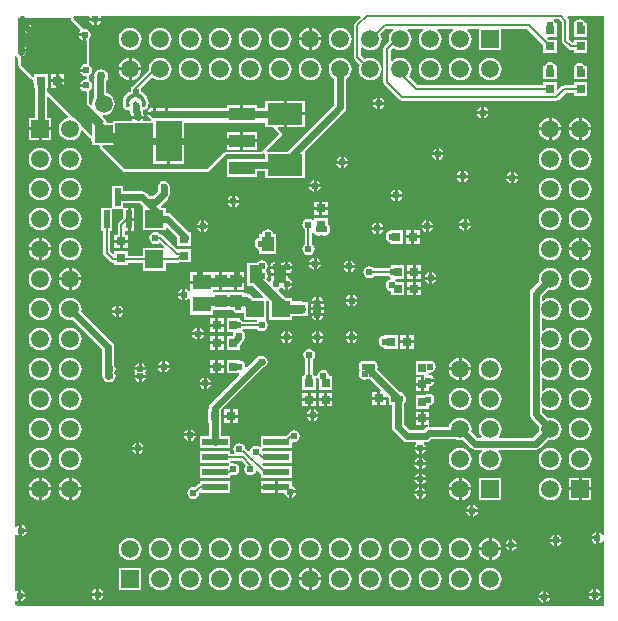
<source format=gbl>
%FSLAX23Y23*%
%MOIN*%
G70*
G01*
G75*
G04 Layer_Physical_Order=2*
G04 Layer_Color=16711680*
%ADD10C,0.012*%
%ADD11C,0.014*%
%ADD12R,0.118X0.073*%
%ADD13R,0.031X0.031*%
%ADD14R,0.087X0.024*%
%ADD15R,0.087X0.024*%
%ADD16O,0.010X0.080*%
%ADD17O,0.080X0.010*%
%ADD18R,0.079X0.047*%
%ADD19R,0.014X0.014*%
%ADD20R,0.020X0.020*%
%ADD21R,0.030X0.030*%
%ADD22R,0.030X0.030*%
%ADD23C,0.008*%
%ADD24C,0.031*%
%ADD25C,0.024*%
%ADD26C,0.020*%
%ADD27C,0.016*%
%ADD28C,0.059*%
%ADD29R,0.059X0.059*%
%ADD30R,0.059X0.059*%
%ADD31C,0.024*%
%ADD32C,0.030*%
%ADD33R,0.060X0.060*%
%ADD34R,0.040X0.050*%
%ADD35R,0.040X0.060*%
%ADD36R,0.085X0.043*%
%ADD37R,0.085X0.043*%
%ADD38R,0.085X0.138*%
%ADD39R,0.022X0.061*%
%ADD40R,0.059X0.051*%
%ADD41R,0.039X0.043*%
%ADD42R,0.059X0.057*%
G36*
X2205Y6161D02*
X2234Y6132D01*
X2234Y6128D01*
X2229Y6122D01*
X2229Y6119D01*
X2248D01*
Y6114D01*
X2253D01*
Y6094D01*
X2256Y6092D01*
Y6031D01*
Y6019D01*
X2252Y6016D01*
X2252Y6016D01*
X2244Y6015D01*
X2238Y6010D01*
X2233Y6004D01*
X2233Y6001D01*
X2252D01*
Y5991D01*
X2233D01*
X2233Y5988D01*
X2238Y5982D01*
X2244Y5978D01*
X2252Y5976D01*
X2252Y5976D01*
X2256Y5973D01*
Y5968D01*
X2252Y5965D01*
X2252Y5965D01*
X2244Y5963D01*
X2238Y5959D01*
X2233Y5953D01*
X2233Y5950D01*
X2252D01*
Y5940D01*
X2233D01*
X2233Y5937D01*
X2238Y5931D01*
X2244Y5926D01*
X2252Y5925D01*
X2252Y5925D01*
X2256Y5922D01*
Y5882D01*
X2295Y5843D01*
X2312Y5825D01*
X2310Y5821D01*
X2274D01*
Y5780D01*
X2269Y5778D01*
X2236Y5812D01*
X2233Y5819D01*
X2227Y5827D01*
X2219Y5833D01*
X2212Y5836D01*
X2122Y5925D01*
Y5938D01*
X2125D01*
Y5984D01*
X2080D01*
Y5974D01*
X2075Y5972D01*
X2039Y6008D01*
X2035Y6012D01*
Y6043D01*
X2043Y6044D01*
X2050Y6049D01*
X2054Y6055D01*
X2055Y6058D01*
X2035D01*
Y6068D01*
X2055D01*
X2054Y6071D01*
X2050Y6077D01*
X2043Y6082D01*
X2035Y6083D01*
Y6094D01*
X2043Y6096D01*
X2050Y6100D01*
X2054Y6106D01*
X2054D01*
X2060Y6105D01*
X2061Y6104D01*
X2067Y6100D01*
X2070Y6099D01*
Y6118D01*
X2075D01*
Y6123D01*
X2094D01*
X2093Y6126D01*
X2089Y6132D01*
X2082Y6137D01*
X2081Y6137D01*
Y6142D01*
X2086Y6143D01*
X2093Y6147D01*
X2097Y6154D01*
X2098Y6156D01*
X2079D01*
Y6166D01*
X2099D01*
X2101Y6169D01*
X2197D01*
X2205Y6161D01*
D02*
G37*
G36*
X3979Y5780D02*
Y4447D01*
X3975Y4446D01*
X3971Y4451D01*
X3964Y4456D01*
X3962Y4456D01*
Y4437D01*
Y4418D01*
X3964Y4418D01*
X3971Y4423D01*
X3975Y4428D01*
X3979Y4427D01*
Y4209D01*
X2027D01*
X2023Y4213D01*
X2015D01*
Y4226D01*
X2019Y4229D01*
X2024Y4226D01*
X2026Y4225D01*
Y4244D01*
Y4263D01*
X2024Y4263D01*
X2019Y4260D01*
X2015Y4262D01*
Y4447D01*
X2020Y4449D01*
X2021Y4446D01*
X2028Y4442D01*
X2030Y4442D01*
Y4461D01*
Y4480D01*
X2028Y4479D01*
X2021Y4475D01*
X2020Y4472D01*
X2015Y4474D01*
Y4863D01*
Y6042D01*
X2020Y6043D01*
X2021Y6041D01*
X2027Y6037D01*
Y6012D01*
X2027Y6012D01*
X2028Y6009D01*
X2030Y6006D01*
X2030Y6006D01*
X2034Y6002D01*
X2034Y6002D01*
X2069Y5967D01*
X2071Y5965D01*
X2072Y5965D01*
X2074Y5964D01*
X2075Y5964D01*
X2075D01*
X2075D01*
X2075D01*
X2076Y5964D01*
Y5964D01*
X2080Y5946D01*
Y5938D01*
X2082D01*
Y5837D01*
X2063D01*
Y5805D01*
X2137D01*
Y5837D01*
X2122D01*
Y5907D01*
X2127Y5909D01*
X2194Y5842D01*
X2193Y5837D01*
X2190Y5836D01*
X2181Y5833D01*
X2173Y5827D01*
X2167Y5819D01*
X2164Y5810D01*
X2162Y5800D01*
X2164Y5790D01*
X2167Y5781D01*
X2173Y5773D01*
X2181Y5767D01*
X2190Y5764D01*
X2200Y5762D01*
X2210Y5764D01*
X2219Y5767D01*
X2227Y5773D01*
X2233Y5781D01*
X2236Y5790D01*
X2237Y5793D01*
X2242Y5794D01*
X2263Y5773D01*
X2265Y5771D01*
X2266Y5771D01*
X2268Y5770D01*
X2269Y5770D01*
X2269D01*
X2269D01*
X2269D01*
X2270Y5770D01*
Y5770D01*
X2274Y5752D01*
Y5746D01*
X2295D01*
X2298Y5742D01*
X2298Y5741D01*
X2298Y5740D01*
X2298Y5738D01*
X2300Y5736D01*
X2300Y5736D01*
X2376Y5660D01*
X2379Y5658D01*
X2382Y5657D01*
X2657D01*
X2657Y5657D01*
X2661Y5658D01*
X2663Y5660D01*
X2663Y5660D01*
X2718Y5715D01*
X2718Y5715D01*
X2720Y5716D01*
X2839D01*
X2842Y5717D01*
X2844Y5719D01*
X2846Y5720D01*
X2850Y5718D01*
Y5701D01*
X2799D01*
X2792Y5700D01*
X2790Y5699D01*
X2721D01*
Y5640D01*
X2822D01*
Y5661D01*
X2850D01*
Y5636D01*
X2984D01*
Y5724D01*
X2984Y5724D01*
X2984D01*
X2983Y5727D01*
X3114Y5857D01*
X3119Y5864D01*
X3120Y5872D01*
Y5968D01*
X3127Y5973D01*
X3133Y5981D01*
X3136Y5990D01*
X3138Y6000D01*
X3136Y6010D01*
X3133Y6019D01*
X3127Y6027D01*
X3119Y6033D01*
X3110Y6036D01*
X3100Y6038D01*
X3090Y6036D01*
X3081Y6033D01*
X3073Y6027D01*
X3067Y6019D01*
X3064Y6010D01*
X3062Y6000D01*
X3064Y5990D01*
X3067Y5981D01*
X3073Y5973D01*
X3080Y5968D01*
Y5880D01*
X2924Y5724D01*
X2856D01*
X2855Y5729D01*
X2899Y5774D01*
X2899Y5774D01*
X2903Y5778D01*
X2905Y5780D01*
X2906Y5783D01*
X2905Y5787D01*
X2903Y5789D01*
X2903Y5789D01*
X2892Y5801D01*
X2894Y5805D01*
X2912D01*
Y5850D01*
Y5894D01*
X2850D01*
Y5870D01*
X2822D01*
Y5880D01*
X2777D01*
Y5850D01*
X2767D01*
Y5880D01*
X2721D01*
Y5870D01*
X2525D01*
Y5850D01*
X2515D01*
Y5870D01*
X2485D01*
Y5850D01*
X2480D01*
Y5845D01*
X2457D01*
X2458Y5843D01*
X2462Y5836D01*
X2469Y5832D01*
X2468Y5827D01*
X2446D01*
X2444Y5831D01*
X2444Y5834D01*
X2406D01*
X2407Y5831D01*
X2405Y5827D01*
X2348D01*
X2345Y5826D01*
X2343Y5825D01*
X2341Y5822D01*
X2341Y5821D01*
X2323D01*
X2320Y5825D01*
X2320Y5825D01*
X2320Y5827D01*
X2320Y5829D01*
X2318Y5831D01*
X2318D01*
Y5831D01*
X2308Y5841D01*
X2310Y5846D01*
X2311Y5846D01*
X2321Y5847D01*
X2330Y5851D01*
X2338Y5857D01*
X2344Y5865D01*
X2347Y5874D01*
X2349Y5883D01*
X2347Y5893D01*
X2344Y5902D01*
X2338Y5910D01*
X2330Y5916D01*
X2321Y5920D01*
X2320Y5920D01*
Y5961D01*
X2325Y5967D01*
X2326Y5976D01*
X2325Y5985D01*
X2320Y5993D01*
X2312Y5998D01*
X2303Y6000D01*
X2294Y5998D01*
X2287Y5993D01*
X2282Y5985D01*
X2280Y5976D01*
X2281Y5972D01*
X2280Y5969D01*
Y5904D01*
X2278Y5902D01*
X2275Y5893D01*
X2273Y5883D01*
X2273Y5882D01*
X2269Y5880D01*
X2264Y5885D01*
Y5922D01*
X2264Y5922D01*
X2264Y5922D01*
X2264Y5924D01*
X2263Y5925D01*
X2263Y5925D01*
X2263Y5925D01*
D01*
X2263Y5925D01*
D01*
X2263Y5925D01*
X2263Y5925D01*
X2263Y5925D01*
X2263Y5925D01*
X2262Y5928D01*
X2262Y5928D01*
X2262Y5928D01*
X2266Y5931D01*
X2271Y5937D01*
X2272Y5945D01*
X2271Y5953D01*
X2266Y5959D01*
X2261Y5962D01*
X2263Y5964D01*
X2263Y5964D01*
X2263D01*
X2263Y5964D01*
X2263Y5964D01*
X2263D01*
X2263Y5965D01*
X2263Y5965D01*
X2263Y5966D01*
X2264Y5967D01*
X2264Y5968D01*
X2264Y5968D01*
Y5973D01*
X2264Y5973D01*
X2264Y5974D01*
X2263Y5975D01*
X2263Y5976D01*
X2263Y5976D01*
X2263Y5977D01*
X2263Y5977D01*
X2263Y5977D01*
X2263Y5977D01*
X2263D01*
X2263Y5977D01*
X2261Y5979D01*
D01*
X2266Y5982D01*
X2271Y5988D01*
X2272Y5996D01*
X2271Y6004D01*
X2266Y6010D01*
X2262Y6013D01*
X2262Y6013D01*
X2263Y6016D01*
X2263Y6016D01*
X2263Y6016D01*
X2263Y6016D01*
X2263Y6016D01*
X2264Y6017D01*
X2264Y6019D01*
X2264Y6019D01*
X2264Y6019D01*
Y6031D01*
Y6092D01*
X2264Y6092D01*
X2264Y6093D01*
X2264Y6094D01*
X2263Y6095D01*
X2263Y6095D01*
X2263Y6096D01*
X2262Y6096D01*
X2262Y6097D01*
D01*
X2267Y6106D01*
X2267Y6106D01*
X2268Y6114D01*
X2267Y6122D01*
X2262Y6128D01*
X2256Y6133D01*
X2248Y6134D01*
X2242Y6133D01*
X2242Y6134D01*
Y6134D01*
D01*
D01*
D01*
X2242Y6134D01*
X2242Y6135D01*
X2242Y6135D01*
X2241Y6136D01*
X2240Y6137D01*
X2240Y6137D01*
X2240Y6138D01*
X2212Y6165D01*
X2211Y6169D01*
X2209Y6173D01*
X2211Y6178D01*
X2263D01*
X2265Y6173D01*
X2265Y6173D01*
X2264Y6170D01*
X2303D01*
X2302Y6173D01*
X2302Y6173D01*
X2304Y6178D01*
X3166D01*
X3168Y6173D01*
X3149Y6154D01*
X3146Y6150D01*
X3145Y6146D01*
X3145Y6146D01*
Y6039D01*
X3145Y6039D01*
X3146Y6035D01*
X3149Y6031D01*
X3165Y6014D01*
X3164Y6010D01*
X3162Y6000D01*
X3164Y5990D01*
X3167Y5981D01*
X3173Y5973D01*
X3181Y5967D01*
X3190Y5964D01*
X3200Y5962D01*
X3210Y5964D01*
X3219Y5967D01*
X3227Y5973D01*
X3233Y5981D01*
X3236Y5990D01*
X3238Y6000D01*
X3236Y6010D01*
X3233Y6019D01*
X3227Y6027D01*
X3219Y6033D01*
X3210Y6036D01*
X3200Y6038D01*
X3190Y6036D01*
X3181Y6033D01*
X3170Y6044D01*
Y6071D01*
X3174Y6073D01*
X3181Y6067D01*
X3190Y6064D01*
X3200Y6062D01*
X3210Y6064D01*
X3219Y6067D01*
X3227Y6073D01*
X3233Y6081D01*
X3236Y6090D01*
X3238Y6100D01*
X3236Y6110D01*
X3234Y6115D01*
X3253Y6134D01*
X3275D01*
X3276Y6129D01*
X3273Y6127D01*
X3267Y6119D01*
X3264Y6110D01*
X3262Y6100D01*
X3263Y6091D01*
X3247Y6075D01*
X3245Y6072D01*
X3244Y6067D01*
X3244Y6067D01*
Y5957D01*
X3244Y5957D01*
X3245Y5952D01*
X3247Y5948D01*
X3298Y5898D01*
X3302Y5895D01*
X3306Y5894D01*
X3306Y5894D01*
X3819D01*
X3819Y5894D01*
X3824Y5895D01*
X3828Y5898D01*
X3851Y5921D01*
X3879D01*
Y5910D01*
X3924D01*
Y5956D01*
X3879D01*
Y5945D01*
X3846D01*
X3846Y5945D01*
X3841Y5944D01*
X3837Y5942D01*
X3837Y5942D01*
X3827Y5931D01*
X3822Y5933D01*
Y5956D01*
X3776D01*
Y5945D01*
X3359D01*
X3329Y5976D01*
X3333Y5981D01*
X3336Y5990D01*
X3338Y6000D01*
X3336Y6010D01*
X3333Y6019D01*
X3327Y6027D01*
X3319Y6033D01*
X3310Y6036D01*
X3300Y6038D01*
X3290Y6036D01*
X3281Y6033D01*
X3273Y6027D01*
X3273Y6026D01*
X3268Y6027D01*
Y6062D01*
X3277Y6071D01*
X3281Y6067D01*
X3290Y6064D01*
X3300Y6062D01*
X3310Y6064D01*
X3319Y6067D01*
X3327Y6073D01*
X3333Y6081D01*
X3336Y6090D01*
X3338Y6100D01*
X3336Y6110D01*
X3333Y6119D01*
X3327Y6127D01*
X3324Y6129D01*
X3325Y6134D01*
X3375D01*
X3376Y6129D01*
X3373Y6127D01*
X3367Y6119D01*
X3364Y6110D01*
X3362Y6100D01*
X3364Y6090D01*
X3367Y6081D01*
X3373Y6073D01*
X3381Y6067D01*
X3390Y6064D01*
X3400Y6062D01*
X3410Y6064D01*
X3419Y6067D01*
X3427Y6073D01*
X3433Y6081D01*
X3436Y6090D01*
X3438Y6100D01*
X3436Y6110D01*
X3433Y6119D01*
X3427Y6127D01*
X3424Y6129D01*
X3425Y6134D01*
X3475D01*
X3476Y6129D01*
X3473Y6127D01*
X3467Y6119D01*
X3464Y6110D01*
X3462Y6100D01*
X3464Y6090D01*
X3467Y6081D01*
X3473Y6073D01*
X3481Y6067D01*
X3490Y6064D01*
X3500Y6062D01*
X3510Y6064D01*
X3519Y6067D01*
X3527Y6073D01*
X3533Y6081D01*
X3536Y6090D01*
X3538Y6100D01*
X3536Y6110D01*
X3533Y6119D01*
X3527Y6127D01*
X3524Y6129D01*
X3525Y6134D01*
X3563D01*
Y6063D01*
X3637D01*
Y6134D01*
X3723D01*
X3776Y6081D01*
Y6052D01*
X3822D01*
Y6098D01*
X3793D01*
X3789Y6102D01*
X3791Y6107D01*
X3822D01*
Y6153D01*
X3818D01*
X3818Y6153D01*
X3813Y6160D01*
X3813Y6160D01*
X3814Y6165D01*
X3830D01*
X3838Y6156D01*
Y6094D01*
X3838Y6094D01*
X3839Y6090D01*
X3842Y6086D01*
X3862Y6066D01*
X3862Y6066D01*
X3865Y6064D01*
X3870Y6063D01*
X3870Y6063D01*
X3879D01*
Y6052D01*
X3924D01*
Y6098D01*
X3879D01*
Y6090D01*
X3874Y6088D01*
X3862Y6099D01*
Y6161D01*
X3862Y6161D01*
X3862Y6161D01*
Y6161D01*
X3862D01*
X3862Y6161D01*
X3862Y6166D01*
X3860Y6168D01*
X3859Y6170D01*
X3859Y6170D01*
X3856Y6173D01*
X3858Y6178D01*
X3979D01*
Y5780D01*
D02*
G37*
G36*
X2850Y5805D02*
X2876D01*
X2898Y5783D01*
X2894Y5780D01*
X2839Y5724D01*
X2717D01*
X2713Y5720D01*
X2657Y5665D01*
X2382D01*
X2306Y5741D01*
X2308Y5746D01*
X2348D01*
Y5778D01*
X2311D01*
Y5788D01*
X2348D01*
Y5819D01*
X2423D01*
X2425Y5819D01*
X2427Y5819D01*
X2477D01*
Y5765D01*
X2578D01*
Y5819D01*
X2850D01*
Y5805D01*
D02*
G37*
%LPC*%
G36*
X3046Y4893D02*
X3028D01*
Y4875D01*
X3046D01*
Y4893D01*
D02*
G37*
G36*
X3019D02*
X3001D01*
Y4875D01*
X3019D01*
Y4893D01*
D02*
G37*
G36*
X3074D02*
X3056D01*
Y4875D01*
X3074D01*
Y4893D01*
D02*
G37*
G36*
X3223Y4897D02*
X3206D01*
Y4879D01*
X3223D01*
Y4897D01*
D02*
G37*
G36*
X3251D02*
X3233D01*
Y4879D01*
X3251D01*
Y4897D01*
D02*
G37*
G36*
X3900Y4938D02*
X3890Y4936D01*
X3881Y4933D01*
X3873Y4927D01*
X3867Y4919D01*
X3864Y4910D01*
X3862Y4900D01*
X3864Y4890D01*
X3867Y4881D01*
X3873Y4873D01*
X3881Y4867D01*
X3890Y4864D01*
X3900Y4862D01*
X3910Y4864D01*
X3919Y4867D01*
X3927Y4873D01*
X3933Y4881D01*
X3936Y4890D01*
X3938Y4900D01*
X3936Y4910D01*
X3933Y4919D01*
X3927Y4927D01*
X3919Y4933D01*
X3910Y4936D01*
X3900Y4938D01*
D02*
G37*
G36*
X3600D02*
X3590Y4936D01*
X3581Y4933D01*
X3573Y4927D01*
X3567Y4919D01*
X3564Y4910D01*
X3562Y4900D01*
X3564Y4890D01*
X3567Y4881D01*
X3573Y4873D01*
X3581Y4867D01*
X3590Y4864D01*
X3600Y4862D01*
X3610Y4864D01*
X3619Y4867D01*
X3627Y4873D01*
X3633Y4881D01*
X3636Y4890D01*
X3638Y4900D01*
X3636Y4910D01*
X3633Y4919D01*
X3627Y4927D01*
X3619Y4933D01*
X3610Y4936D01*
X3600Y4938D01*
D02*
G37*
G36*
X3500D02*
X3490Y4936D01*
X3481Y4933D01*
X3473Y4927D01*
X3467Y4919D01*
X3464Y4910D01*
X3462Y4900D01*
X3464Y4890D01*
X3467Y4881D01*
X3473Y4873D01*
X3481Y4867D01*
X3490Y4864D01*
X3500Y4862D01*
X3510Y4864D01*
X3519Y4867D01*
X3527Y4873D01*
X3533Y4881D01*
X3536Y4890D01*
X3538Y4900D01*
X3536Y4910D01*
X3533Y4919D01*
X3527Y4927D01*
X3519Y4933D01*
X3510Y4936D01*
X3500Y4938D01*
D02*
G37*
G36*
X2991Y4893D02*
X2973D01*
Y4875D01*
X2991D01*
Y4893D01*
D02*
G37*
G36*
X2200Y4938D02*
X2190Y4936D01*
X2181Y4933D01*
X2173Y4927D01*
X2167Y4919D01*
X2164Y4910D01*
X2162Y4900D01*
X2164Y4890D01*
X2167Y4881D01*
X2173Y4873D01*
X2181Y4867D01*
X2190Y4864D01*
X2200Y4862D01*
X2210Y4864D01*
X2219Y4867D01*
X2227Y4873D01*
X2233Y4881D01*
X2236Y4890D01*
X2238Y4900D01*
X2236Y4910D01*
X2233Y4919D01*
X2227Y4927D01*
X2219Y4933D01*
X2210Y4936D01*
X2200Y4938D01*
D02*
G37*
G36*
X3394Y4918D02*
X3386Y4916D01*
X3381Y4913D01*
X3351D01*
Y4867D01*
X3397D01*
Y4878D01*
X3401Y4879D01*
X3408Y4883D01*
X3412Y4890D01*
X3414Y4898D01*
X3412Y4905D01*
X3408Y4912D01*
X3401Y4916D01*
X3394Y4918D01*
D02*
G37*
G36*
X2991Y4921D02*
X2973D01*
Y4903D01*
X2991D01*
Y4921D01*
D02*
G37*
G36*
X2669Y4948D02*
X2655D01*
Y4934D01*
X2657Y4934D01*
X2664Y4939D01*
X2668Y4945D01*
X2669Y4948D01*
D02*
G37*
G36*
X2645D02*
X2631D01*
X2631Y4945D01*
X2635Y4939D01*
X2642Y4934D01*
X2645Y4934D01*
Y4948D01*
D02*
G37*
G36*
X2996Y5067D02*
X2988Y5066D01*
X2982Y5061D01*
X2978Y5055D01*
X2976Y5047D01*
X2978Y5040D01*
X2982Y5033D01*
X2984Y5032D01*
Y4984D01*
X2982Y4983D01*
X2978Y4976D01*
X2977Y4976D01*
X2973D01*
Y4930D01*
X3019D01*
Y4972D01*
X3019Y4973D01*
D01*
X3024Y4973D01*
D01*
X3024Y4973D01*
X3025Y4969D01*
X3028Y4963D01*
Y4930D01*
X3074D01*
Y4976D01*
X3064D01*
X3063Y4976D01*
X3062Y4984D01*
X3057Y4991D01*
X3051Y4995D01*
X3043Y4996D01*
X3036Y4995D01*
X3029Y4991D01*
X3025Y4984D01*
X3023Y4976D01*
X3019Y4976D01*
Y4976D01*
X3019D01*
Y4976D01*
X3015D01*
X3015Y4976D01*
X3010Y4983D01*
X3008Y4984D01*
Y5032D01*
X3010Y5033D01*
X3015Y5040D01*
X3016Y5047D01*
X3015Y5055D01*
X3010Y5061D01*
X3004Y5066D01*
X2996Y5067D01*
D02*
G37*
G36*
X2428Y4971D02*
X2414D01*
X2415Y4969D01*
X2419Y4962D01*
X2425Y4958D01*
X2428Y4957D01*
Y4971D01*
D02*
G37*
G36*
X2200Y5238D02*
X2190Y5236D01*
X2181Y5233D01*
X2173Y5227D01*
X2167Y5219D01*
X2164Y5210D01*
X2162Y5200D01*
X2164Y5190D01*
X2167Y5181D01*
X2173Y5173D01*
X2181Y5167D01*
X2190Y5164D01*
X2200Y5162D01*
X2208Y5163D01*
X2307Y5065D01*
Y4980D01*
Y4976D01*
X2308Y4969D01*
X2313Y4962D01*
X2319Y4958D01*
X2327Y4956D01*
X2329Y4957D01*
X2331Y4956D01*
X2338Y4958D01*
X2345Y4962D01*
X2349Y4969D01*
X2351Y4976D01*
X2349Y4984D01*
X2347Y4988D01*
Y4989D01*
X2349Y4992D01*
X2351Y5000D01*
X2349Y5008D01*
X2347Y5011D01*
Y5073D01*
X2345Y5081D01*
X2341Y5087D01*
X2237Y5192D01*
X2238Y5200D01*
X2236Y5210D01*
X2233Y5219D01*
X2227Y5227D01*
X2219Y5233D01*
X2210Y5236D01*
X2200Y5238D01*
D02*
G37*
G36*
X3369Y4972D02*
X3351D01*
Y4954D01*
X3369D01*
Y4972D01*
D02*
G37*
G36*
X3074Y4921D02*
X3056D01*
Y4903D01*
X3074D01*
Y4921D01*
D02*
G37*
G36*
X3046D02*
X3028D01*
Y4903D01*
X3046D01*
Y4921D01*
D02*
G37*
G36*
X3019D02*
X3001D01*
Y4903D01*
X3019D01*
Y4921D01*
D02*
G37*
G36*
X3398Y5028D02*
X3392Y5027D01*
X3351D01*
Y4981D01*
X3380D01*
X3382Y4976D01*
X3380Y4975D01*
X3379Y4974D01*
Y4949D01*
Y4926D01*
X3397D01*
Y4941D01*
X3401Y4942D01*
X3408Y4946D01*
X3412Y4953D01*
X3413Y4956D01*
X3394D01*
Y4966D01*
X3413D01*
X3412Y4968D01*
X3408Y4975D01*
X3401Y4979D01*
X3397Y4980D01*
Y4981D01*
X3397Y4981D01*
X3397Y4981D01*
Y4981D01*
D01*
Y4987D01*
X3398Y4988D01*
X3405Y4989D01*
X3412Y4994D01*
X3416Y5000D01*
X3418Y5008D01*
X3416Y5016D01*
X3412Y5022D01*
X3405Y5026D01*
X3398Y5028D01*
D02*
G37*
G36*
X3369Y4944D02*
X3351D01*
Y4926D01*
X3369D01*
Y4944D01*
D02*
G37*
G36*
X3223Y4924D02*
X3206D01*
Y4907D01*
X3223D01*
Y4924D01*
D02*
G37*
G36*
X2100Y4938D02*
X2090Y4936D01*
X2081Y4933D01*
X2073Y4927D01*
X2067Y4919D01*
X2064Y4910D01*
X2062Y4900D01*
X2064Y4890D01*
X2067Y4881D01*
X2073Y4873D01*
X2081Y4867D01*
X2090Y4864D01*
X2100Y4862D01*
X2110Y4864D01*
X2119Y4867D01*
X2127Y4873D01*
X2133Y4881D01*
X2136Y4890D01*
X2138Y4900D01*
X2136Y4910D01*
X2133Y4919D01*
X2127Y4927D01*
X2119Y4933D01*
X2110Y4936D01*
X2100Y4938D01*
D02*
G37*
G36*
X2618Y4775D02*
X2603D01*
Y4760D01*
X2606Y4761D01*
X2613Y4765D01*
X2617Y4772D01*
X2618Y4775D01*
D02*
G37*
G36*
X2593D02*
X2579D01*
X2580Y4772D01*
X2584Y4765D01*
X2591Y4761D01*
X2593Y4760D01*
Y4775D01*
D02*
G37*
G36*
X2945Y4796D02*
X2937Y4794D01*
X2931Y4790D01*
X2926Y4783D01*
X2926Y4782D01*
X2919Y4775D01*
X2835D01*
Y4742D01*
X2831Y4740D01*
X2827Y4743D01*
X2819Y4744D01*
X2811Y4743D01*
X2805Y4739D01*
X2800Y4732D01*
X2799Y4727D01*
X2794Y4725D01*
X2784Y4736D01*
X2783Y4736D01*
X2782Y4740D01*
X2778Y4746D01*
X2771Y4751D01*
X2764Y4752D01*
X2756Y4751D01*
X2750Y4746D01*
X2745Y4740D01*
X2744Y4732D01*
X2745Y4725D01*
X2747Y4721D01*
X2745Y4717D01*
X2733D01*
Y4725D01*
X2631D01*
Y4685D01*
X2730D01*
X2730Y4684D01*
X2730D01*
X2731Y4681D01*
X2730Y4680D01*
X2727Y4675D01*
X2631D01*
Y4635D01*
X2733D01*
Y4644D01*
X2734Y4644D01*
X2738Y4646D01*
X2744Y4645D01*
X2752Y4647D01*
X2758Y4651D01*
X2763Y4658D01*
X2764Y4665D01*
X2763Y4673D01*
X2758Y4680D01*
X2752Y4684D01*
X2744Y4685D01*
X2737Y4684D01*
X2736Y4685D01*
X2735Y4686D01*
Y4686D01*
X2734Y4688D01*
D01*
X2733Y4689D01*
X2736Y4693D01*
X2770D01*
X2785Y4679D01*
X2781Y4673D01*
X2779Y4665D01*
X2781Y4658D01*
X2785Y4651D01*
X2792Y4647D01*
X2799Y4645D01*
X2807Y4647D01*
X2813Y4651D01*
X2818Y4658D01*
X2818Y4661D01*
X2823Y4662D01*
X2835Y4650D01*
Y4635D01*
X2938D01*
Y4675D01*
X2845D01*
X2839Y4681D01*
X2841Y4685D01*
X2938D01*
Y4725D01*
X2839D01*
X2838Y4731D01*
X2839Y4733D01*
X2842Y4735D01*
X2938D01*
Y4753D01*
X2942Y4756D01*
X2945Y4756D01*
X2953Y4757D01*
X2959Y4761D01*
X2963Y4768D01*
X2965Y4776D01*
X2963Y4783D01*
X2959Y4790D01*
X2953Y4794D01*
X2945Y4796D01*
D02*
G37*
G36*
X3900Y4838D02*
X3890Y4836D01*
X3881Y4833D01*
X3873Y4827D01*
X3867Y4819D01*
X3864Y4810D01*
X3862Y4800D01*
X3864Y4790D01*
X3867Y4781D01*
X3873Y4773D01*
X3881Y4767D01*
X3890Y4764D01*
X3900Y4762D01*
X3910Y4764D01*
X3919Y4767D01*
X3927Y4773D01*
X3933Y4781D01*
X3936Y4790D01*
X3938Y4800D01*
X3936Y4810D01*
X3933Y4819D01*
X3927Y4827D01*
X3919Y4833D01*
X3910Y4836D01*
X3900Y4838D01*
D02*
G37*
G36*
X2200D02*
X2190Y4836D01*
X2181Y4833D01*
X2173Y4827D01*
X2167Y4819D01*
X2164Y4810D01*
X2162Y4800D01*
X2164Y4790D01*
X2167Y4781D01*
X2173Y4773D01*
X2181Y4767D01*
X2190Y4764D01*
X2200Y4762D01*
X2210Y4764D01*
X2219Y4767D01*
X2227Y4773D01*
X2233Y4781D01*
X2236Y4790D01*
X2238Y4800D01*
X2236Y4810D01*
X2233Y4819D01*
X2227Y4827D01*
X2219Y4833D01*
X2210Y4836D01*
X2200Y4838D01*
D02*
G37*
G36*
X2100D02*
X2090Y4836D01*
X2081Y4833D01*
X2073Y4827D01*
X2067Y4819D01*
X2064Y4810D01*
X2062Y4800D01*
X2064Y4790D01*
X2067Y4781D01*
X2073Y4773D01*
X2081Y4767D01*
X2090Y4764D01*
X2100Y4762D01*
X2110Y4764D01*
X2119Y4767D01*
X2127Y4773D01*
X2133Y4781D01*
X2136Y4790D01*
X2138Y4800D01*
X2136Y4810D01*
X2133Y4819D01*
X2127Y4827D01*
X2119Y4833D01*
X2110Y4836D01*
X2100Y4838D01*
D02*
G37*
G36*
X3361Y4731D02*
X3347D01*
X3348Y4729D01*
X3352Y4722D01*
X3358Y4718D01*
X3361Y4717D01*
Y4731D01*
D02*
G37*
G36*
X2444D02*
X2430D01*
Y4717D01*
X2433Y4718D01*
X2439Y4722D01*
X2444Y4729D01*
X2444Y4731D01*
D02*
G37*
G36*
X2420D02*
X2406D01*
X2407Y4729D01*
X2411Y4722D01*
X2418Y4718D01*
X2420Y4717D01*
Y4731D01*
D02*
G37*
G36*
X2430Y4755D02*
Y4741D01*
X2444D01*
X2444Y4744D01*
X2439Y4750D01*
X2433Y4755D01*
X2430Y4755D01*
D02*
G37*
G36*
X2420D02*
X2418Y4755D01*
X2411Y4750D01*
X2407Y4744D01*
X2406Y4741D01*
X2420D01*
Y4755D01*
D02*
G37*
G36*
X3385Y4731D02*
X3371D01*
Y4717D01*
X3374Y4718D01*
X3380Y4722D01*
X3385Y4729D01*
X3385Y4731D01*
D02*
G37*
G36*
X2593Y4799D02*
X2591Y4798D01*
X2584Y4794D01*
X2580Y4787D01*
X2579Y4785D01*
X2593D01*
Y4799D01*
D02*
G37*
G36*
X2731Y4865D02*
X2713D01*
Y4848D01*
X2731D01*
Y4865D01*
D02*
G37*
G36*
X3397Y4858D02*
X3379D01*
Y4840D01*
X3397D01*
Y4858D01*
D02*
G37*
G36*
X3369D02*
X3351D01*
Y4840D01*
X3369D01*
Y4858D01*
D02*
G37*
G36*
X3013Y4866D02*
Y4851D01*
X3027D01*
X3026Y4854D01*
X3022Y4861D01*
X3016Y4865D01*
X3013Y4866D01*
D02*
G37*
G36*
X3003D02*
X3000Y4865D01*
X2994Y4861D01*
X2989Y4854D01*
X2989Y4851D01*
X3003D01*
Y4866D01*
D02*
G37*
G36*
X2759Y4865D02*
X2741D01*
Y4848D01*
X2759D01*
Y4865D01*
D02*
G37*
G36*
X2731Y4838D02*
X2713D01*
Y4820D01*
X2731D01*
Y4838D01*
D02*
G37*
G36*
X3369Y4830D02*
X3351D01*
Y4812D01*
X3369D01*
Y4830D01*
D02*
G37*
G36*
X2603Y4799D02*
Y4785D01*
X2618D01*
X2617Y4787D01*
X2613Y4794D01*
X2606Y4798D01*
X2603Y4799D01*
D02*
G37*
G36*
X3027Y4841D02*
X3013D01*
Y4827D01*
X3016Y4828D01*
X3022Y4832D01*
X3026Y4839D01*
X3027Y4841D01*
D02*
G37*
G36*
X3003D02*
X2989D01*
X2989Y4839D01*
X2994Y4832D01*
X3000Y4828D01*
X3003Y4827D01*
Y4841D01*
D02*
G37*
G36*
X2759Y4838D02*
X2741D01*
Y4820D01*
X2759D01*
Y4838D01*
D02*
G37*
G36*
X2452Y4971D02*
X2438D01*
Y4957D01*
X2441Y4958D01*
X2447Y4962D01*
X2452Y4969D01*
X2452Y4971D01*
D02*
G37*
G36*
X3133Y5101D02*
X3119D01*
X3119Y5099D01*
X3124Y5092D01*
X3130Y5088D01*
X3133Y5087D01*
Y5101D01*
D02*
G37*
G36*
X3043D02*
X3029D01*
Y5087D01*
X3031Y5088D01*
X3038Y5092D01*
X3042Y5099D01*
X3043Y5101D01*
D02*
G37*
G36*
X3019D02*
X3005D01*
X3005Y5099D01*
X3009Y5092D01*
X3016Y5088D01*
X3019Y5087D01*
Y5101D01*
D02*
G37*
G36*
X2712Y5109D02*
X2694D01*
Y5092D01*
X2712D01*
Y5109D01*
D02*
G37*
G36*
X2684D02*
X2666D01*
Y5092D01*
X2684D01*
Y5109D01*
D02*
G37*
G36*
X3157Y5101D02*
X3143D01*
Y5087D01*
X3145Y5088D01*
X3152Y5092D01*
X3156Y5099D01*
X3157Y5101D01*
D02*
G37*
G36*
X3318Y5086D02*
X3300D01*
Y5068D01*
X3318D01*
Y5086D01*
D02*
G37*
G36*
X3291Y5113D02*
X3245D01*
Y5110D01*
X3240Y5109D01*
X3234Y5105D01*
X3229Y5098D01*
X3228Y5091D01*
X3229Y5083D01*
X3234Y5076D01*
X3240Y5072D01*
X3245Y5071D01*
Y5068D01*
X3291D01*
Y5113D01*
D02*
G37*
G36*
X2712Y5082D02*
X2694D01*
Y5064D01*
X2712D01*
Y5082D01*
D02*
G37*
G36*
X2940Y5101D02*
X2926D01*
Y5087D01*
X2929Y5088D01*
X2935Y5092D01*
X2940Y5099D01*
X2940Y5101D01*
D02*
G37*
G36*
X2916D02*
X2902D01*
X2903Y5099D01*
X2907Y5092D01*
X2914Y5088D01*
X2916Y5087D01*
Y5101D01*
D02*
G37*
G36*
X3346Y5086D02*
X3328D01*
Y5068D01*
X3346D01*
Y5086D01*
D02*
G37*
G36*
X3318Y5113D02*
X3300D01*
Y5096D01*
X3318D01*
Y5113D01*
D02*
G37*
G36*
X3143Y5125D02*
Y5111D01*
X3157D01*
X3156Y5114D01*
X3152Y5120D01*
X3145Y5125D01*
X3143Y5125D01*
D02*
G37*
G36*
X3133D02*
X3130Y5125D01*
X3124Y5120D01*
X3119Y5114D01*
X3119Y5111D01*
X3133D01*
Y5125D01*
D02*
G37*
G36*
X3029D02*
Y5111D01*
X3043D01*
X3042Y5114D01*
X3038Y5120D01*
X3031Y5125D01*
X3029Y5125D01*
D02*
G37*
G36*
X2621Y5137D02*
X2618Y5137D01*
X2612Y5132D01*
X2607Y5126D01*
X2607Y5123D01*
X2621D01*
Y5137D01*
D02*
G37*
G36*
X2712Y5141D02*
X2694D01*
Y5123D01*
X2712D01*
Y5141D01*
D02*
G37*
G36*
X2684D02*
X2666D01*
Y5123D01*
X2684D01*
Y5141D01*
D02*
G37*
G36*
X2645Y5113D02*
X2631D01*
Y5099D01*
X2634Y5100D01*
X2640Y5104D01*
X2645Y5110D01*
X2645Y5113D01*
D02*
G37*
G36*
X2621D02*
X2607D01*
X2607Y5110D01*
X2612Y5104D01*
X2618Y5100D01*
X2621Y5099D01*
Y5113D01*
D02*
G37*
G36*
X3346Y5113D02*
X3328D01*
Y5096D01*
X3346D01*
Y5113D01*
D02*
G37*
G36*
X3019Y5125D02*
X3016Y5125D01*
X3009Y5120D01*
X3005Y5114D01*
X3005Y5111D01*
X3019D01*
Y5125D01*
D02*
G37*
G36*
X2926D02*
Y5111D01*
X2940D01*
X2940Y5114D01*
X2935Y5120D01*
X2929Y5125D01*
X2926Y5125D01*
D02*
G37*
G36*
X2916D02*
X2914Y5125D01*
X2907Y5120D01*
X2903Y5114D01*
X2902Y5111D01*
X2916D01*
Y5125D01*
D02*
G37*
G36*
X2684Y5082D02*
X2666D01*
Y5064D01*
X2684D01*
Y5082D01*
D02*
G37*
G36*
X2452Y4995D02*
X2414D01*
X2415Y4992D01*
X2417Y4988D01*
X2415Y4984D01*
X2414Y4981D01*
X2452D01*
X2452Y4984D01*
X2449Y4988D01*
X2452Y4992D01*
X2452Y4995D01*
D02*
G37*
G36*
X3537Y4995D02*
X3505D01*
Y4963D01*
X3510Y4964D01*
X3519Y4967D01*
X3527Y4973D01*
X3533Y4981D01*
X3536Y4990D01*
X3537Y4995D01*
D02*
G37*
G36*
X3495D02*
X3463D01*
X3464Y4990D01*
X3467Y4981D01*
X3473Y4973D01*
X3481Y4967D01*
X3490Y4964D01*
X3495Y4963D01*
Y4995D01*
D02*
G37*
G36*
X2507Y5003D02*
X2493D01*
X2493Y5000D01*
X2498Y4994D01*
X2504Y4989D01*
X2507Y4989D01*
Y5003D01*
D02*
G37*
G36*
X2712D02*
X2694D01*
Y4985D01*
X2712D01*
Y5003D01*
D02*
G37*
G36*
X2684D02*
X2666D01*
Y4985D01*
X2684D01*
Y5003D01*
D02*
G37*
G36*
X2100Y5038D02*
X2090Y5036D01*
X2081Y5033D01*
X2073Y5027D01*
X2067Y5019D01*
X2064Y5010D01*
X2062Y5000D01*
X2064Y4990D01*
X2067Y4981D01*
X2073Y4973D01*
X2081Y4967D01*
X2090Y4964D01*
X2100Y4962D01*
X2110Y4964D01*
X2119Y4967D01*
X2127Y4973D01*
X2133Y4981D01*
X2136Y4990D01*
X2138Y5000D01*
X2136Y5010D01*
X2133Y5019D01*
X2127Y5027D01*
X2119Y5033D01*
X2110Y5036D01*
X2100Y5038D01*
D02*
G37*
G36*
X2655Y4972D02*
Y4958D01*
X2669D01*
X2668Y4960D01*
X2664Y4967D01*
X2657Y4971D01*
X2655Y4972D01*
D02*
G37*
G36*
X2645D02*
X2642Y4971D01*
X2635Y4967D01*
X2631Y4960D01*
X2631Y4958D01*
X2645D01*
Y4972D01*
D02*
G37*
G36*
X3900Y5038D02*
X3890Y5036D01*
X3881Y5033D01*
X3873Y5027D01*
X3867Y5019D01*
X3864Y5010D01*
X3862Y5000D01*
X3864Y4990D01*
X3867Y4981D01*
X3873Y4973D01*
X3881Y4967D01*
X3890Y4964D01*
X3900Y4962D01*
X3910Y4964D01*
X3919Y4967D01*
X3927Y4973D01*
X3933Y4981D01*
X3936Y4990D01*
X3938Y5000D01*
X3936Y5010D01*
X3933Y5019D01*
X3927Y5027D01*
X3919Y5033D01*
X3910Y5036D01*
X3900Y5038D01*
D02*
G37*
G36*
X3600D02*
X3590Y5036D01*
X3581Y5033D01*
X3573Y5027D01*
X3567Y5019D01*
X3564Y5010D01*
X3562Y5000D01*
X3564Y4990D01*
X3567Y4981D01*
X3573Y4973D01*
X3581Y4967D01*
X3590Y4964D01*
X3600Y4962D01*
X3610Y4964D01*
X3619Y4967D01*
X3627Y4973D01*
X3633Y4981D01*
X3636Y4990D01*
X3638Y5000D01*
X3636Y5010D01*
X3633Y5019D01*
X3627Y5027D01*
X3619Y5033D01*
X3610Y5036D01*
X3600Y5038D01*
D02*
G37*
G36*
X2200D02*
X2190Y5036D01*
X2181Y5033D01*
X2173Y5027D01*
X2167Y5019D01*
X2164Y5010D01*
X2162Y5000D01*
X2164Y4990D01*
X2167Y4981D01*
X2173Y4973D01*
X2181Y4967D01*
X2190Y4964D01*
X2200Y4962D01*
X2210Y4964D01*
X2219Y4967D01*
X2227Y4973D01*
X2233Y4981D01*
X2236Y4990D01*
X2238Y5000D01*
X2236Y5010D01*
X2233Y5019D01*
X2227Y5027D01*
X2219Y5033D01*
X2210Y5036D01*
X2200Y5038D01*
D02*
G37*
G36*
X2531Y5003D02*
X2517D01*
Y4989D01*
X2519Y4989D01*
X2526Y4994D01*
X2530Y5000D01*
X2531Y5003D01*
D02*
G37*
G36*
X2712Y5031D02*
X2694D01*
Y5013D01*
X2712D01*
Y5031D01*
D02*
G37*
G36*
X2684D02*
X2666D01*
Y5013D01*
X2684D01*
Y5031D01*
D02*
G37*
G36*
X2517Y5027D02*
Y5013D01*
X2531D01*
X2530Y5016D01*
X2526Y5022D01*
X2519Y5026D01*
X2517Y5027D01*
D02*
G37*
G36*
X3900Y5138D02*
X3890Y5136D01*
X3881Y5133D01*
X3873Y5127D01*
X3867Y5119D01*
X3864Y5110D01*
X3862Y5100D01*
X3864Y5090D01*
X3867Y5081D01*
X3873Y5073D01*
X3881Y5067D01*
X3890Y5064D01*
X3900Y5062D01*
X3910Y5064D01*
X3919Y5067D01*
X3927Y5073D01*
X3933Y5081D01*
X3936Y5090D01*
X3938Y5100D01*
X3936Y5110D01*
X3933Y5119D01*
X3927Y5127D01*
X3919Y5133D01*
X3910Y5136D01*
X3900Y5138D01*
D02*
G37*
G36*
X2200D02*
X2190Y5136D01*
X2181Y5133D01*
X2173Y5127D01*
X2167Y5119D01*
X2164Y5110D01*
X2162Y5100D01*
X2164Y5090D01*
X2167Y5081D01*
X2173Y5073D01*
X2181Y5067D01*
X2190Y5064D01*
X2200Y5062D01*
X2210Y5064D01*
X2219Y5067D01*
X2227Y5073D01*
X2233Y5081D01*
X2236Y5090D01*
X2238Y5100D01*
X2236Y5110D01*
X2233Y5119D01*
X2227Y5127D01*
X2219Y5133D01*
X2210Y5136D01*
X2200Y5138D01*
D02*
G37*
G36*
X2100D02*
X2090Y5136D01*
X2081Y5133D01*
X2073Y5127D01*
X2067Y5119D01*
X2064Y5110D01*
X2062Y5100D01*
X2064Y5090D01*
X2067Y5081D01*
X2073Y5073D01*
X2081Y5067D01*
X2090Y5064D01*
X2100Y5062D01*
X2110Y5064D01*
X2119Y5067D01*
X2127Y5073D01*
X2133Y5081D01*
X2136Y5090D01*
X2138Y5100D01*
X2136Y5110D01*
X2133Y5119D01*
X2127Y5127D01*
X2119Y5133D01*
X2110Y5136D01*
X2100Y5138D01*
D02*
G37*
G36*
X2428Y5019D02*
X2425Y5019D01*
X2419Y5014D01*
X2415Y5008D01*
X2414Y5005D01*
X2428D01*
Y5019D01*
D02*
G37*
G36*
X3505Y5037D02*
Y5005D01*
X3537D01*
X3536Y5010D01*
X3533Y5019D01*
X3527Y5027D01*
X3519Y5033D01*
X3510Y5036D01*
X3505Y5037D01*
D02*
G37*
G36*
X3495D02*
X3490Y5036D01*
X3481Y5033D01*
X3473Y5027D01*
X3467Y5019D01*
X3464Y5010D01*
X3463Y5005D01*
X3495D01*
Y5037D01*
D02*
G37*
G36*
X2507Y5027D02*
X2504Y5026D01*
X2498Y5022D01*
X2493Y5016D01*
X2493Y5013D01*
X2507D01*
Y5027D01*
D02*
G37*
G36*
X2839Y5044D02*
X2835D01*
X2828Y5042D01*
X2827Y5042D01*
X2820Y5038D01*
X2789Y5007D01*
X2784Y5008D01*
X2782Y5016D01*
X2778Y5022D01*
X2771Y5026D01*
X2767Y5027D01*
Y5031D01*
X2721D01*
Y4985D01*
X2761D01*
X2763Y4980D01*
X2668Y4885D01*
X2663Y4879D01*
X2662Y4871D01*
Y4865D01*
X2658D01*
Y4820D01*
X2662D01*
Y4775D01*
X2631D01*
Y4735D01*
X2680D01*
X2682Y4735D01*
X2684Y4735D01*
X2733D01*
Y4775D01*
X2702D01*
Y4820D01*
X2704D01*
Y4865D01*
X2844Y5005D01*
X2846Y5005D01*
X2853Y5009D01*
X2857Y5016D01*
X2859Y5024D01*
X2857Y5031D01*
X2853Y5038D01*
X2846Y5042D01*
X2839Y5044D01*
D02*
G37*
G36*
X2438Y5019D02*
Y5005D01*
X2452D01*
X2452Y5008D01*
X2447Y5014D01*
X2441Y5019D01*
X2438Y5019D01*
D02*
G37*
G36*
X2800Y4438D02*
X2790Y4436D01*
X2781Y4433D01*
X2773Y4427D01*
X2767Y4419D01*
X2764Y4410D01*
X2762Y4400D01*
X2764Y4390D01*
X2767Y4381D01*
X2773Y4373D01*
X2781Y4367D01*
X2790Y4364D01*
X2800Y4362D01*
X2810Y4364D01*
X2819Y4367D01*
X2827Y4373D01*
X2833Y4381D01*
X2836Y4390D01*
X2838Y4400D01*
X2836Y4410D01*
X2833Y4419D01*
X2827Y4427D01*
X2819Y4433D01*
X2810Y4436D01*
X2800Y4438D01*
D02*
G37*
G36*
X2700D02*
X2690Y4436D01*
X2681Y4433D01*
X2673Y4427D01*
X2667Y4419D01*
X2664Y4410D01*
X2662Y4400D01*
X2664Y4390D01*
X2667Y4381D01*
X2673Y4373D01*
X2681Y4367D01*
X2690Y4364D01*
X2700Y4362D01*
X2710Y4364D01*
X2719Y4367D01*
X2727Y4373D01*
X2733Y4381D01*
X2736Y4390D01*
X2738Y4400D01*
X2736Y4410D01*
X2733Y4419D01*
X2727Y4427D01*
X2719Y4433D01*
X2710Y4436D01*
X2700Y4438D01*
D02*
G37*
G36*
X2600D02*
X2590Y4436D01*
X2581Y4433D01*
X2573Y4427D01*
X2567Y4419D01*
X2564Y4410D01*
X2562Y4400D01*
X2564Y4390D01*
X2567Y4381D01*
X2573Y4373D01*
X2581Y4367D01*
X2590Y4364D01*
X2600Y4362D01*
X2610Y4364D01*
X2619Y4367D01*
X2627Y4373D01*
X2633Y4381D01*
X2636Y4390D01*
X2638Y4400D01*
X2636Y4410D01*
X2633Y4419D01*
X2627Y4427D01*
X2619Y4433D01*
X2610Y4436D01*
X2600Y4438D01*
D02*
G37*
G36*
X3100D02*
X3090Y4436D01*
X3081Y4433D01*
X3073Y4427D01*
X3067Y4419D01*
X3064Y4410D01*
X3062Y4400D01*
X3064Y4390D01*
X3067Y4381D01*
X3073Y4373D01*
X3081Y4367D01*
X3090Y4364D01*
X3100Y4362D01*
X3110Y4364D01*
X3119Y4367D01*
X3127Y4373D01*
X3133Y4381D01*
X3136Y4390D01*
X3138Y4400D01*
X3136Y4410D01*
X3133Y4419D01*
X3127Y4427D01*
X3119Y4433D01*
X3110Y4436D01*
X3100Y4438D01*
D02*
G37*
G36*
X3000D02*
X2990Y4436D01*
X2981Y4433D01*
X2973Y4427D01*
X2967Y4419D01*
X2964Y4410D01*
X2962Y4400D01*
X2964Y4390D01*
X2967Y4381D01*
X2973Y4373D01*
X2981Y4367D01*
X2990Y4364D01*
X3000Y4362D01*
X3010Y4364D01*
X3019Y4367D01*
X3027Y4373D01*
X3033Y4381D01*
X3036Y4390D01*
X3038Y4400D01*
X3036Y4410D01*
X3033Y4419D01*
X3027Y4427D01*
X3019Y4433D01*
X3010Y4436D01*
X3000Y4438D01*
D02*
G37*
G36*
X2900D02*
X2890Y4436D01*
X2881Y4433D01*
X2873Y4427D01*
X2867Y4419D01*
X2864Y4410D01*
X2862Y4400D01*
X2864Y4390D01*
X2867Y4381D01*
X2873Y4373D01*
X2881Y4367D01*
X2890Y4364D01*
X2900Y4362D01*
X2910Y4364D01*
X2919Y4367D01*
X2927Y4373D01*
X2933Y4381D01*
X2936Y4390D01*
X2938Y4400D01*
X2936Y4410D01*
X2933Y4419D01*
X2927Y4427D01*
X2919Y4433D01*
X2910Y4436D01*
X2900Y4438D01*
D02*
G37*
G36*
X2995Y4337D02*
X2990Y4336D01*
X2981Y4333D01*
X2973Y4327D01*
X2967Y4319D01*
X2964Y4310D01*
X2963Y4305D01*
X2995D01*
Y4337D01*
D02*
G37*
G36*
X3037Y4295D02*
X3005D01*
Y4263D01*
X3010Y4264D01*
X3019Y4267D01*
X3027Y4273D01*
X3033Y4281D01*
X3036Y4290D01*
X3037Y4295D01*
D02*
G37*
G36*
X2995D02*
X2963D01*
X2964Y4290D01*
X2967Y4281D01*
X2973Y4273D01*
X2981Y4267D01*
X2990Y4264D01*
X2995Y4263D01*
Y4295D01*
D02*
G37*
G36*
X2500Y4438D02*
X2490Y4436D01*
X2481Y4433D01*
X2473Y4427D01*
X2467Y4419D01*
X2464Y4410D01*
X2462Y4400D01*
X2464Y4390D01*
X2467Y4381D01*
X2473Y4373D01*
X2481Y4367D01*
X2490Y4364D01*
X2500Y4362D01*
X2510Y4364D01*
X2519Y4367D01*
X2527Y4373D01*
X2533Y4381D01*
X2536Y4390D01*
X2538Y4400D01*
X2536Y4410D01*
X2533Y4419D01*
X2527Y4427D01*
X2519Y4433D01*
X2510Y4436D01*
X2500Y4438D01*
D02*
G37*
G36*
X2400D02*
X2390Y4436D01*
X2381Y4433D01*
X2373Y4427D01*
X2367Y4419D01*
X2364Y4410D01*
X2362Y4400D01*
X2364Y4390D01*
X2367Y4381D01*
X2373Y4373D01*
X2381Y4367D01*
X2390Y4364D01*
X2400Y4362D01*
X2410Y4364D01*
X2419Y4367D01*
X2427Y4373D01*
X2433Y4381D01*
X2436Y4390D01*
X2438Y4400D01*
X2436Y4410D01*
X2433Y4419D01*
X2427Y4427D01*
X2419Y4433D01*
X2410Y4436D01*
X2400Y4438D01*
D02*
G37*
G36*
X3005Y4337D02*
Y4305D01*
X3037D01*
X3036Y4310D01*
X3033Y4319D01*
X3027Y4327D01*
X3019Y4333D01*
X3010Y4336D01*
X3005Y4337D01*
D02*
G37*
G36*
X3200Y4438D02*
X3190Y4436D01*
X3181Y4433D01*
X3173Y4427D01*
X3167Y4419D01*
X3164Y4410D01*
X3162Y4400D01*
X3164Y4390D01*
X3167Y4381D01*
X3173Y4373D01*
X3181Y4367D01*
X3190Y4364D01*
X3200Y4362D01*
X3210Y4364D01*
X3219Y4367D01*
X3227Y4373D01*
X3233Y4381D01*
X3236Y4390D01*
X3238Y4400D01*
X3236Y4410D01*
X3233Y4419D01*
X3227Y4427D01*
X3219Y4433D01*
X3210Y4436D01*
X3200Y4438D01*
D02*
G37*
G36*
X3605Y4437D02*
Y4405D01*
X3637D01*
X3636Y4410D01*
X3633Y4419D01*
X3627Y4427D01*
X3619Y4433D01*
X3610Y4436D01*
X3605Y4437D01*
D02*
G37*
G36*
X3595D02*
X3590Y4436D01*
X3581Y4433D01*
X3573Y4427D01*
X3567Y4419D01*
X3564Y4410D01*
X3563Y4405D01*
X3595D01*
Y4437D01*
D02*
G37*
G36*
X3688Y4408D02*
X3674D01*
Y4394D01*
X3677Y4395D01*
X3683Y4399D01*
X3688Y4406D01*
X3688Y4408D01*
D02*
G37*
G36*
X3952Y4432D02*
X3938D01*
X3938Y4429D01*
X3943Y4423D01*
X3949Y4418D01*
X3952Y4418D01*
Y4432D01*
D02*
G37*
G36*
X3838Y4424D02*
X3824D01*
Y4410D01*
X3827Y4411D01*
X3833Y4415D01*
X3837Y4421D01*
X3838Y4424D01*
D02*
G37*
G36*
X3814D02*
X3800D01*
X3800Y4421D01*
X3805Y4415D01*
X3811Y4411D01*
X3814Y4410D01*
Y4424D01*
D02*
G37*
G36*
X3500Y4438D02*
X3490Y4436D01*
X3481Y4433D01*
X3473Y4427D01*
X3467Y4419D01*
X3464Y4410D01*
X3462Y4400D01*
X3464Y4390D01*
X3467Y4381D01*
X3473Y4373D01*
X3481Y4367D01*
X3490Y4364D01*
X3500Y4362D01*
X3510Y4364D01*
X3519Y4367D01*
X3527Y4373D01*
X3533Y4381D01*
X3536Y4390D01*
X3538Y4400D01*
X3536Y4410D01*
X3533Y4419D01*
X3527Y4427D01*
X3519Y4433D01*
X3510Y4436D01*
X3500Y4438D01*
D02*
G37*
G36*
X3400D02*
X3390Y4436D01*
X3381Y4433D01*
X3373Y4427D01*
X3367Y4419D01*
X3364Y4410D01*
X3362Y4400D01*
X3364Y4390D01*
X3367Y4381D01*
X3373Y4373D01*
X3381Y4367D01*
X3390Y4364D01*
X3400Y4362D01*
X3410Y4364D01*
X3419Y4367D01*
X3427Y4373D01*
X3433Y4381D01*
X3436Y4390D01*
X3438Y4400D01*
X3436Y4410D01*
X3433Y4419D01*
X3427Y4427D01*
X3419Y4433D01*
X3410Y4436D01*
X3400Y4438D01*
D02*
G37*
G36*
X3300D02*
X3290Y4436D01*
X3281Y4433D01*
X3273Y4427D01*
X3267Y4419D01*
X3264Y4410D01*
X3262Y4400D01*
X3264Y4390D01*
X3267Y4381D01*
X3273Y4373D01*
X3281Y4367D01*
X3290Y4364D01*
X3300Y4362D01*
X3310Y4364D01*
X3319Y4367D01*
X3327Y4373D01*
X3333Y4381D01*
X3336Y4390D01*
X3338Y4400D01*
X3336Y4410D01*
X3333Y4419D01*
X3327Y4427D01*
X3319Y4433D01*
X3310Y4436D01*
X3300Y4438D01*
D02*
G37*
G36*
X3664Y4408D02*
X3650D01*
X3651Y4406D01*
X3655Y4399D01*
X3662Y4395D01*
X3664Y4394D01*
Y4408D01*
D02*
G37*
G36*
X3637Y4395D02*
X3605D01*
Y4363D01*
X3610Y4364D01*
X3619Y4367D01*
X3627Y4373D01*
X3633Y4381D01*
X3636Y4390D01*
X3637Y4395D01*
D02*
G37*
G36*
X3595D02*
X3563D01*
X3564Y4390D01*
X3567Y4381D01*
X3573Y4373D01*
X3581Y4367D01*
X3590Y4364D01*
X3595Y4363D01*
Y4395D01*
D02*
G37*
G36*
X2437Y4337D02*
X2363D01*
Y4263D01*
X2437D01*
Y4337D01*
D02*
G37*
G36*
X3785Y4259D02*
Y4245D01*
X3799D01*
X3798Y4248D01*
X3794Y4254D01*
X3787Y4259D01*
X3785Y4259D01*
D02*
G37*
G36*
X3775D02*
X3772Y4259D01*
X3765Y4254D01*
X3761Y4248D01*
X3760Y4245D01*
X3775D01*
Y4259D01*
D02*
G37*
G36*
X3968Y4243D02*
X3954D01*
Y4229D01*
X3957Y4229D01*
X3963Y4234D01*
X3967Y4240D01*
X3968Y4243D01*
D02*
G37*
G36*
X2296Y4267D02*
Y4253D01*
X2310D01*
X2310Y4256D01*
X2306Y4262D01*
X2299Y4267D01*
X2296Y4267D01*
D02*
G37*
G36*
X2286D02*
X2284Y4267D01*
X2277Y4262D01*
X2273Y4256D01*
X2272Y4253D01*
X2286D01*
Y4267D01*
D02*
G37*
G36*
X2036Y4263D02*
Y4249D01*
X2051D01*
X2050Y4252D01*
X2046Y4258D01*
X2039Y4263D01*
X2036Y4263D01*
D02*
G37*
G36*
X2051Y4239D02*
X2036D01*
Y4225D01*
X2039Y4226D01*
X2046Y4230D01*
X2050Y4236D01*
X2051Y4239D01*
D02*
G37*
G36*
X3799Y4235D02*
X3785D01*
Y4221D01*
X3787Y4222D01*
X3794Y4226D01*
X3798Y4232D01*
X3799Y4235D01*
D02*
G37*
G36*
X3775D02*
X3760D01*
X3761Y4232D01*
X3765Y4226D01*
X3772Y4222D01*
X3775Y4221D01*
Y4235D01*
D02*
G37*
G36*
X3944Y4243D02*
X3930D01*
X3930Y4240D01*
X3935Y4234D01*
X3941Y4229D01*
X3944Y4229D01*
Y4243D01*
D02*
G37*
G36*
X2310D02*
X2296D01*
Y4229D01*
X2299Y4229D01*
X2306Y4234D01*
X2310Y4240D01*
X2310Y4243D01*
D02*
G37*
G36*
X2286D02*
X2272D01*
X2273Y4240D01*
X2277Y4234D01*
X2284Y4229D01*
X2286Y4229D01*
Y4243D01*
D02*
G37*
G36*
X3944Y4267D02*
X3941Y4267D01*
X3935Y4262D01*
X3930Y4256D01*
X3930Y4253D01*
X3944D01*
Y4267D01*
D02*
G37*
G36*
X3300Y4338D02*
X3290Y4336D01*
X3281Y4333D01*
X3273Y4327D01*
X3267Y4319D01*
X3264Y4310D01*
X3262Y4300D01*
X3264Y4290D01*
X3267Y4281D01*
X3273Y4273D01*
X3281Y4267D01*
X3290Y4264D01*
X3300Y4262D01*
X3310Y4264D01*
X3319Y4267D01*
X3327Y4273D01*
X3333Y4281D01*
X3336Y4290D01*
X3338Y4300D01*
X3336Y4310D01*
X3333Y4319D01*
X3327Y4327D01*
X3319Y4333D01*
X3310Y4336D01*
X3300Y4338D01*
D02*
G37*
G36*
X3200D02*
X3190Y4336D01*
X3181Y4333D01*
X3173Y4327D01*
X3167Y4319D01*
X3164Y4310D01*
X3162Y4300D01*
X3164Y4290D01*
X3167Y4281D01*
X3173Y4273D01*
X3181Y4267D01*
X3190Y4264D01*
X3200Y4262D01*
X3210Y4264D01*
X3219Y4267D01*
X3227Y4273D01*
X3233Y4281D01*
X3236Y4290D01*
X3238Y4300D01*
X3236Y4310D01*
X3233Y4319D01*
X3227Y4327D01*
X3219Y4333D01*
X3210Y4336D01*
X3200Y4338D01*
D02*
G37*
G36*
X3100D02*
X3090Y4336D01*
X3081Y4333D01*
X3073Y4327D01*
X3067Y4319D01*
X3064Y4310D01*
X3062Y4300D01*
X3064Y4290D01*
X3067Y4281D01*
X3073Y4273D01*
X3081Y4267D01*
X3090Y4264D01*
X3100Y4262D01*
X3110Y4264D01*
X3119Y4267D01*
X3127Y4273D01*
X3133Y4281D01*
X3136Y4290D01*
X3138Y4300D01*
X3136Y4310D01*
X3133Y4319D01*
X3127Y4327D01*
X3119Y4333D01*
X3110Y4336D01*
X3100Y4338D01*
D02*
G37*
G36*
X3600D02*
X3590Y4336D01*
X3581Y4333D01*
X3573Y4327D01*
X3567Y4319D01*
X3564Y4310D01*
X3562Y4300D01*
X3564Y4290D01*
X3567Y4281D01*
X3573Y4273D01*
X3581Y4267D01*
X3590Y4264D01*
X3600Y4262D01*
X3610Y4264D01*
X3619Y4267D01*
X3627Y4273D01*
X3633Y4281D01*
X3636Y4290D01*
X3638Y4300D01*
X3636Y4310D01*
X3633Y4319D01*
X3627Y4327D01*
X3619Y4333D01*
X3610Y4336D01*
X3600Y4338D01*
D02*
G37*
G36*
X3500D02*
X3490Y4336D01*
X3481Y4333D01*
X3473Y4327D01*
X3467Y4319D01*
X3464Y4310D01*
X3462Y4300D01*
X3464Y4290D01*
X3467Y4281D01*
X3473Y4273D01*
X3481Y4267D01*
X3490Y4264D01*
X3500Y4262D01*
X3510Y4264D01*
X3519Y4267D01*
X3527Y4273D01*
X3533Y4281D01*
X3536Y4290D01*
X3538Y4300D01*
X3536Y4310D01*
X3533Y4319D01*
X3527Y4327D01*
X3519Y4333D01*
X3510Y4336D01*
X3500Y4338D01*
D02*
G37*
G36*
X3400D02*
X3390Y4336D01*
X3381Y4333D01*
X3373Y4327D01*
X3367Y4319D01*
X3364Y4310D01*
X3362Y4300D01*
X3364Y4290D01*
X3367Y4281D01*
X3373Y4273D01*
X3381Y4267D01*
X3390Y4264D01*
X3400Y4262D01*
X3410Y4264D01*
X3419Y4267D01*
X3427Y4273D01*
X3433Y4281D01*
X3436Y4290D01*
X3438Y4300D01*
X3436Y4310D01*
X3433Y4319D01*
X3427Y4327D01*
X3419Y4333D01*
X3410Y4336D01*
X3400Y4338D01*
D02*
G37*
G36*
X2600D02*
X2590Y4336D01*
X2581Y4333D01*
X2573Y4327D01*
X2567Y4319D01*
X2564Y4310D01*
X2562Y4300D01*
X2564Y4290D01*
X2567Y4281D01*
X2573Y4273D01*
X2581Y4267D01*
X2590Y4264D01*
X2600Y4262D01*
X2610Y4264D01*
X2619Y4267D01*
X2627Y4273D01*
X2633Y4281D01*
X2636Y4290D01*
X2638Y4300D01*
X2636Y4310D01*
X2633Y4319D01*
X2627Y4327D01*
X2619Y4333D01*
X2610Y4336D01*
X2600Y4338D01*
D02*
G37*
G36*
X2500D02*
X2490Y4336D01*
X2481Y4333D01*
X2473Y4327D01*
X2467Y4319D01*
X2464Y4310D01*
X2462Y4300D01*
X2464Y4290D01*
X2467Y4281D01*
X2473Y4273D01*
X2481Y4267D01*
X2490Y4264D01*
X2500Y4262D01*
X2510Y4264D01*
X2519Y4267D01*
X2527Y4273D01*
X2533Y4281D01*
X2536Y4290D01*
X2538Y4300D01*
X2536Y4310D01*
X2533Y4319D01*
X2527Y4327D01*
X2519Y4333D01*
X2510Y4336D01*
X2500Y4338D01*
D02*
G37*
G36*
X3954Y4267D02*
Y4253D01*
X3968D01*
X3967Y4256D01*
X3963Y4262D01*
X3957Y4267D01*
X3954Y4267D01*
D02*
G37*
G36*
X2900Y4338D02*
X2890Y4336D01*
X2881Y4333D01*
X2873Y4327D01*
X2867Y4319D01*
X2864Y4310D01*
X2862Y4300D01*
X2864Y4290D01*
X2867Y4281D01*
X2873Y4273D01*
X2881Y4267D01*
X2890Y4264D01*
X2900Y4262D01*
X2910Y4264D01*
X2919Y4267D01*
X2927Y4273D01*
X2933Y4281D01*
X2936Y4290D01*
X2938Y4300D01*
X2936Y4310D01*
X2933Y4319D01*
X2927Y4327D01*
X2919Y4333D01*
X2910Y4336D01*
X2900Y4338D01*
D02*
G37*
G36*
X2800D02*
X2790Y4336D01*
X2781Y4333D01*
X2773Y4327D01*
X2767Y4319D01*
X2764Y4310D01*
X2762Y4300D01*
X2764Y4290D01*
X2767Y4281D01*
X2773Y4273D01*
X2781Y4267D01*
X2790Y4264D01*
X2800Y4262D01*
X2810Y4264D01*
X2819Y4267D01*
X2827Y4273D01*
X2833Y4281D01*
X2836Y4290D01*
X2838Y4300D01*
X2836Y4310D01*
X2833Y4319D01*
X2827Y4327D01*
X2819Y4333D01*
X2810Y4336D01*
X2800Y4338D01*
D02*
G37*
G36*
X2700D02*
X2690Y4336D01*
X2681Y4333D01*
X2673Y4327D01*
X2667Y4319D01*
X2664Y4310D01*
X2662Y4300D01*
X2664Y4290D01*
X2667Y4281D01*
X2673Y4273D01*
X2681Y4267D01*
X2690Y4264D01*
X2700Y4262D01*
X2710Y4264D01*
X2719Y4267D01*
X2727Y4273D01*
X2733Y4281D01*
X2736Y4290D01*
X2738Y4300D01*
X2736Y4310D01*
X2733Y4319D01*
X2727Y4327D01*
X2719Y4333D01*
X2710Y4336D01*
X2700Y4338D01*
D02*
G37*
G36*
X3895Y4637D02*
X3863D01*
Y4605D01*
X3895D01*
Y4637D01*
D02*
G37*
G36*
X3505Y4637D02*
Y4605D01*
X3537D01*
X3536Y4610D01*
X3533Y4619D01*
X3527Y4627D01*
X3519Y4633D01*
X3510Y4636D01*
X3505Y4637D01*
D02*
G37*
G36*
X3495D02*
X3490Y4636D01*
X3481Y4633D01*
X3473Y4627D01*
X3467Y4619D01*
X3464Y4610D01*
X3463Y4605D01*
X3495D01*
Y4637D01*
D02*
G37*
G36*
X2882Y4625D02*
X2835D01*
Y4610D01*
X2882D01*
Y4625D01*
D02*
G37*
G36*
X2733D02*
X2631D01*
Y4617D01*
X2628Y4616D01*
X2626Y4615D01*
X2624Y4614D01*
X2624Y4614D01*
X2616Y4606D01*
X2610Y4607D01*
X2603Y4605D01*
X2596Y4601D01*
X2592Y4594D01*
X2590Y4587D01*
X2592Y4579D01*
X2596Y4572D01*
X2603Y4568D01*
X2610Y4567D01*
X2618Y4568D01*
X2624Y4572D01*
X2629Y4579D01*
X2630Y4585D01*
X2631D01*
X2631Y4585D01*
X2631Y4585D01*
X2631D01*
D01*
X2733D01*
Y4625D01*
D02*
G37*
G36*
X3937Y4637D02*
X3905D01*
Y4605D01*
X3937D01*
Y4637D01*
D02*
G37*
G36*
X2095Y4637D02*
X2090Y4636D01*
X2081Y4633D01*
X2073Y4627D01*
X2067Y4619D01*
X2064Y4610D01*
X2063Y4605D01*
X2095D01*
Y4637D01*
D02*
G37*
G36*
X3371Y4606D02*
Y4592D01*
X3385D01*
X3385Y4594D01*
X3380Y4601D01*
X3374Y4605D01*
X3371Y4606D01*
D02*
G37*
G36*
X3361D02*
X3358Y4605D01*
X3352Y4601D01*
X3348Y4594D01*
X3347Y4592D01*
X3361D01*
Y4606D01*
D02*
G37*
G36*
X2205Y4637D02*
Y4605D01*
X2237D01*
X2236Y4610D01*
X2233Y4619D01*
X2227Y4627D01*
X2219Y4633D01*
X2210Y4636D01*
X2205Y4637D01*
D02*
G37*
G36*
X2195D02*
X2190Y4636D01*
X2181Y4633D01*
X2173Y4627D01*
X2167Y4619D01*
X2164Y4610D01*
X2163Y4605D01*
X2195D01*
Y4637D01*
D02*
G37*
G36*
X2105D02*
Y4605D01*
X2137D01*
X2136Y4610D01*
X2133Y4619D01*
X2127Y4627D01*
X2119Y4633D01*
X2110Y4636D01*
X2105Y4637D01*
D02*
G37*
G36*
X3361Y4629D02*
X3347D01*
X3348Y4626D01*
X3352Y4620D01*
X3358Y4615D01*
X3361Y4615D01*
Y4629D01*
D02*
G37*
G36*
Y4680D02*
X3347D01*
X3348Y4677D01*
X3352Y4671D01*
X3358Y4666D01*
X3361Y4666D01*
Y4680D01*
D02*
G37*
G36*
X3900Y4738D02*
X3890Y4736D01*
X3881Y4733D01*
X3873Y4727D01*
X3867Y4719D01*
X3864Y4710D01*
X3862Y4700D01*
X3864Y4690D01*
X3867Y4681D01*
X3873Y4673D01*
X3881Y4667D01*
X3890Y4664D01*
X3900Y4662D01*
X3910Y4664D01*
X3919Y4667D01*
X3927Y4673D01*
X3933Y4681D01*
X3936Y4690D01*
X3938Y4700D01*
X3936Y4710D01*
X3933Y4719D01*
X3927Y4727D01*
X3919Y4733D01*
X3910Y4736D01*
X3900Y4738D01*
D02*
G37*
G36*
X3800D02*
X3790Y4736D01*
X3781Y4733D01*
X3773Y4727D01*
X3767Y4719D01*
X3764Y4710D01*
X3762Y4700D01*
X3764Y4690D01*
X3767Y4681D01*
X3773Y4673D01*
X3781Y4667D01*
X3790Y4664D01*
X3800Y4662D01*
X3810Y4664D01*
X3819Y4667D01*
X3827Y4673D01*
X3833Y4681D01*
X3836Y4690D01*
X3838Y4700D01*
X3836Y4710D01*
X3833Y4719D01*
X3827Y4727D01*
X3819Y4733D01*
X3810Y4736D01*
X3800Y4738D01*
D02*
G37*
G36*
X3371Y4704D02*
Y4690D01*
X3385D01*
X3385Y4693D01*
X3380Y4699D01*
X3374Y4704D01*
X3371Y4704D01*
D02*
G37*
G36*
X3361D02*
X3358Y4704D01*
X3352Y4699D01*
X3348Y4693D01*
X3347Y4690D01*
X3361D01*
Y4704D01*
D02*
G37*
G36*
X3385Y4680D02*
X3371D01*
Y4666D01*
X3374Y4666D01*
X3380Y4671D01*
X3385Y4677D01*
X3385Y4680D01*
D02*
G37*
G36*
X3371Y4653D02*
Y4639D01*
X3385D01*
X3385Y4642D01*
X3380Y4648D01*
X3374Y4652D01*
X3371Y4653D01*
D02*
G37*
G36*
X3361D02*
X3358Y4652D01*
X3352Y4648D01*
X3348Y4642D01*
X3347Y4639D01*
X3361D01*
Y4653D01*
D02*
G37*
G36*
X3385Y4629D02*
X3371D01*
Y4615D01*
X3374Y4615D01*
X3380Y4620D01*
X3385Y4626D01*
X3385Y4629D01*
D02*
G37*
G36*
X3500Y4738D02*
X3490Y4736D01*
X3481Y4733D01*
X3473Y4727D01*
X3467Y4719D01*
X3464Y4710D01*
X3462Y4700D01*
X3464Y4690D01*
X3467Y4681D01*
X3473Y4673D01*
X3481Y4667D01*
X3490Y4664D01*
X3500Y4662D01*
X3510Y4664D01*
X3519Y4667D01*
X3527Y4673D01*
X3533Y4681D01*
X3536Y4690D01*
X3538Y4700D01*
X3536Y4710D01*
X3533Y4719D01*
X3527Y4727D01*
X3519Y4733D01*
X3510Y4736D01*
X3500Y4738D01*
D02*
G37*
G36*
X2200D02*
X2190Y4736D01*
X2181Y4733D01*
X2173Y4727D01*
X2167Y4719D01*
X2164Y4710D01*
X2162Y4700D01*
X2164Y4690D01*
X2167Y4681D01*
X2173Y4673D01*
X2181Y4667D01*
X2190Y4664D01*
X2200Y4662D01*
X2210Y4664D01*
X2219Y4667D01*
X2227Y4673D01*
X2233Y4681D01*
X2236Y4690D01*
X2238Y4700D01*
X2236Y4710D01*
X2233Y4719D01*
X2227Y4727D01*
X2219Y4733D01*
X2210Y4736D01*
X2200Y4738D01*
D02*
G37*
G36*
X2100D02*
X2090Y4736D01*
X2081Y4733D01*
X2073Y4727D01*
X2067Y4719D01*
X2064Y4710D01*
X2062Y4700D01*
X2064Y4690D01*
X2067Y4681D01*
X2073Y4673D01*
X2081Y4667D01*
X2090Y4664D01*
X2100Y4662D01*
X2110Y4664D01*
X2119Y4667D01*
X2127Y4673D01*
X2133Y4681D01*
X2136Y4690D01*
X2138Y4700D01*
X2136Y4710D01*
X2133Y4719D01*
X2127Y4727D01*
X2119Y4733D01*
X2110Y4736D01*
X2100Y4738D01*
D02*
G37*
G36*
X2882Y4600D02*
X2835D01*
Y4585D01*
X2882D01*
Y4600D01*
D02*
G37*
G36*
X3558Y4523D02*
X3544D01*
Y4508D01*
X3547Y4509D01*
X3554Y4513D01*
X3558Y4520D01*
X3558Y4523D01*
D02*
G37*
G36*
X3534D02*
X3520D01*
X3521Y4520D01*
X3525Y4513D01*
X3532Y4509D01*
X3534Y4508D01*
Y4523D01*
D02*
G37*
G36*
X2040Y4480D02*
Y4466D01*
X2055D01*
X2054Y4468D01*
X2050Y4475D01*
X2043Y4479D01*
X2040Y4480D01*
D02*
G37*
G36*
X3800Y4638D02*
X3790Y4636D01*
X3781Y4633D01*
X3773Y4627D01*
X3767Y4619D01*
X3764Y4610D01*
X3762Y4600D01*
X3764Y4590D01*
X3767Y4581D01*
X3773Y4573D01*
X3781Y4567D01*
X3790Y4564D01*
X3800Y4562D01*
X3810Y4564D01*
X3819Y4567D01*
X3827Y4573D01*
X3833Y4581D01*
X3836Y4590D01*
X3838Y4600D01*
X3836Y4610D01*
X3833Y4619D01*
X3827Y4627D01*
X3819Y4633D01*
X3810Y4636D01*
X3800Y4638D01*
D02*
G37*
G36*
X3544Y4547D02*
Y4533D01*
X3558D01*
X3558Y4535D01*
X3554Y4542D01*
X3547Y4546D01*
X3544Y4547D01*
D02*
G37*
G36*
X3534D02*
X3532Y4546D01*
X3525Y4542D01*
X3521Y4535D01*
X3520Y4533D01*
X3534D01*
Y4547D01*
D02*
G37*
G36*
X3814Y4448D02*
X3811Y4448D01*
X3805Y4443D01*
X3800Y4437D01*
X3800Y4434D01*
X3814D01*
Y4448D01*
D02*
G37*
G36*
X3674Y4432D02*
Y4418D01*
X3688D01*
X3688Y4421D01*
X3683Y4428D01*
X3677Y4432D01*
X3674Y4432D01*
D02*
G37*
G36*
X3664D02*
X3662Y4432D01*
X3655Y4428D01*
X3651Y4421D01*
X3650Y4418D01*
X3664D01*
Y4432D01*
D02*
G37*
G36*
X3952Y4456D02*
X3949Y4456D01*
X3943Y4451D01*
X3938Y4445D01*
X3938Y4442D01*
X3952D01*
Y4456D01*
D02*
G37*
G36*
X2055Y4456D02*
X2040D01*
Y4442D01*
X2043Y4442D01*
X2050Y4446D01*
X2054Y4453D01*
X2055Y4456D01*
D02*
G37*
G36*
X3824Y4448D02*
Y4434D01*
X3838D01*
X3837Y4437D01*
X3833Y4443D01*
X3827Y4448D01*
X3824Y4448D01*
D02*
G37*
G36*
X3637Y4637D02*
X3563D01*
Y4563D01*
X3637D01*
Y4637D01*
D02*
G37*
G36*
X3361Y4582D02*
X3347D01*
X3348Y4579D01*
X3352Y4572D01*
X3358Y4568D01*
X3361Y4568D01*
Y4582D01*
D02*
G37*
G36*
X3537Y4595D02*
X3505D01*
Y4563D01*
X3510Y4564D01*
X3519Y4567D01*
X3527Y4573D01*
X3533Y4581D01*
X3536Y4590D01*
X3537Y4595D01*
D02*
G37*
G36*
X3495D02*
X3463D01*
X3464Y4590D01*
X3467Y4581D01*
X3473Y4573D01*
X3481Y4567D01*
X3490Y4564D01*
X3495Y4563D01*
Y4595D01*
D02*
G37*
G36*
X2952Y4586D02*
X2938D01*
Y4571D01*
X2941Y4572D01*
X2947Y4576D01*
X2952Y4583D01*
X2952Y4586D01*
D02*
G37*
G36*
X2938Y4625D02*
X2892D01*
Y4605D01*
Y4585D01*
X2914D01*
X2915Y4583D01*
X2919Y4576D01*
X2925Y4572D01*
X2928Y4571D01*
Y4591D01*
X2933D01*
Y4596D01*
X2952D01*
X2952Y4598D01*
X2947Y4605D01*
X2941Y4609D01*
X2938Y4610D01*
Y4625D01*
D02*
G37*
G36*
X3385Y4582D02*
X3371D01*
Y4568D01*
X3374Y4568D01*
X3380Y4572D01*
X3385Y4579D01*
X3385Y4582D01*
D02*
G37*
G36*
X2095Y4595D02*
X2063D01*
X2064Y4590D01*
X2067Y4581D01*
X2073Y4573D01*
X2081Y4567D01*
X2090Y4564D01*
X2095Y4563D01*
Y4595D01*
D02*
G37*
G36*
X3937D02*
X3905D01*
Y4563D01*
X3937D01*
Y4595D01*
D02*
G37*
G36*
X3895D02*
X3863D01*
Y4563D01*
X3895D01*
Y4595D01*
D02*
G37*
G36*
X2237D02*
X2205D01*
Y4563D01*
X2210Y4564D01*
X2219Y4567D01*
X2227Y4573D01*
X2233Y4581D01*
X2236Y4590D01*
X2237Y4595D01*
D02*
G37*
G36*
X2195D02*
X2163D01*
X2164Y4590D01*
X2167Y4581D01*
X2173Y4573D01*
X2181Y4567D01*
X2190Y4564D01*
X2195Y4563D01*
Y4595D01*
D02*
G37*
G36*
X2137D02*
X2105D01*
Y4563D01*
X2110Y4564D01*
X2119Y4567D01*
X2127Y4573D01*
X2133Y4581D01*
X2136Y4590D01*
X2137Y4595D01*
D02*
G37*
G36*
X2523Y5755D02*
X2477D01*
Y5683D01*
X2523D01*
Y5755D01*
D02*
G37*
G36*
X3125Y5684D02*
X3111D01*
Y5670D01*
X3114Y5670D01*
X3120Y5675D01*
X3125Y5681D01*
X3125Y5684D01*
D02*
G37*
G36*
X3101D02*
X3087D01*
X3088Y5681D01*
X3092Y5675D01*
X3099Y5670D01*
X3101Y5670D01*
Y5684D01*
D02*
G37*
G36*
X3111Y5708D02*
Y5694D01*
X3125D01*
X3125Y5697D01*
X3120Y5703D01*
X3114Y5708D01*
X3111Y5708D01*
D02*
G37*
G36*
X3101D02*
X3099Y5708D01*
X3092Y5703D01*
X3088Y5697D01*
X3087Y5694D01*
X3101D01*
Y5708D01*
D02*
G37*
G36*
X2578Y5755D02*
X2533D01*
Y5683D01*
X2578D01*
Y5755D01*
D02*
G37*
G36*
X2100Y5738D02*
X2090Y5736D01*
X2081Y5733D01*
X2073Y5727D01*
X2067Y5719D01*
X2064Y5710D01*
X2062Y5700D01*
X2064Y5690D01*
X2067Y5681D01*
X2073Y5673D01*
X2081Y5667D01*
X2090Y5664D01*
X2100Y5662D01*
X2110Y5664D01*
X2119Y5667D01*
X2127Y5673D01*
X2133Y5681D01*
X2136Y5690D01*
X2138Y5700D01*
X2136Y5710D01*
X2133Y5719D01*
X2127Y5727D01*
X2119Y5733D01*
X2110Y5736D01*
X2100Y5738D01*
D02*
G37*
G36*
X3513Y5661D02*
Y5647D01*
X3527D01*
X3526Y5649D01*
X3522Y5656D01*
X3516Y5660D01*
X3513Y5661D01*
D02*
G37*
G36*
X3503D02*
X3500Y5660D01*
X3494Y5656D01*
X3489Y5649D01*
X3489Y5647D01*
X3503D01*
Y5661D01*
D02*
G37*
G36*
X3900Y5738D02*
X3890Y5736D01*
X3881Y5733D01*
X3873Y5727D01*
X3867Y5719D01*
X3864Y5710D01*
X3862Y5700D01*
X3864Y5690D01*
X3867Y5681D01*
X3873Y5673D01*
X3881Y5667D01*
X3890Y5664D01*
X3900Y5662D01*
X3910Y5664D01*
X3919Y5667D01*
X3927Y5673D01*
X3933Y5681D01*
X3936Y5690D01*
X3938Y5700D01*
X3936Y5710D01*
X3933Y5719D01*
X3927Y5727D01*
X3919Y5733D01*
X3910Y5736D01*
X3900Y5738D01*
D02*
G37*
G36*
X3800D02*
X3790Y5736D01*
X3781Y5733D01*
X3773Y5727D01*
X3767Y5719D01*
X3764Y5710D01*
X3762Y5700D01*
X3764Y5690D01*
X3767Y5681D01*
X3773Y5673D01*
X3781Y5667D01*
X3790Y5664D01*
X3800Y5662D01*
X3810Y5664D01*
X3819Y5667D01*
X3827Y5673D01*
X3833Y5681D01*
X3836Y5690D01*
X3838Y5700D01*
X3836Y5710D01*
X3833Y5719D01*
X3827Y5727D01*
X3819Y5733D01*
X3810Y5736D01*
X3800Y5738D01*
D02*
G37*
G36*
X2200D02*
X2190Y5736D01*
X2181Y5733D01*
X2173Y5727D01*
X2167Y5719D01*
X2164Y5710D01*
X2162Y5700D01*
X2164Y5690D01*
X2167Y5681D01*
X2173Y5673D01*
X2181Y5667D01*
X2190Y5664D01*
X2200Y5662D01*
X2210Y5664D01*
X2219Y5667D01*
X2227Y5673D01*
X2233Y5681D01*
X2236Y5690D01*
X2238Y5700D01*
X2236Y5710D01*
X2233Y5719D01*
X2227Y5727D01*
X2219Y5733D01*
X2210Y5736D01*
X2200Y5738D01*
D02*
G37*
G36*
X3420Y5712D02*
X3406D01*
X3407Y5709D01*
X3411Y5702D01*
X3418Y5698D01*
X3420Y5697D01*
Y5712D01*
D02*
G37*
G36*
X3837Y5795D02*
X3805D01*
Y5763D01*
X3810Y5764D01*
X3819Y5767D01*
X3827Y5773D01*
X3833Y5781D01*
X3836Y5790D01*
X3837Y5795D01*
D02*
G37*
G36*
X3795D02*
X3763D01*
X3764Y5790D01*
X3767Y5781D01*
X3773Y5773D01*
X3781Y5767D01*
X3790Y5764D01*
X3795Y5763D01*
Y5795D01*
D02*
G37*
G36*
X2137D02*
X2105D01*
Y5763D01*
X2137D01*
Y5795D01*
D02*
G37*
G36*
X2767Y5789D02*
X2721D01*
Y5765D01*
X2767D01*
Y5789D01*
D02*
G37*
G36*
X3937Y5795D02*
X3905D01*
Y5763D01*
X3910Y5764D01*
X3919Y5767D01*
X3927Y5773D01*
X3933Y5781D01*
X3936Y5790D01*
X3937Y5795D01*
D02*
G37*
G36*
X3895D02*
X3863D01*
X3864Y5790D01*
X3867Y5781D01*
X3873Y5773D01*
X3881Y5767D01*
X3890Y5764D01*
X3895Y5763D01*
Y5795D01*
D02*
G37*
G36*
X3430Y5736D02*
Y5722D01*
X3444D01*
X3444Y5724D01*
X3439Y5731D01*
X3433Y5735D01*
X3430Y5736D01*
D02*
G37*
G36*
X3420D02*
X3418Y5735D01*
X3411Y5731D01*
X3407Y5724D01*
X3406Y5722D01*
X3420D01*
Y5736D01*
D02*
G37*
G36*
X3444Y5712D02*
X3430D01*
Y5697D01*
X3433Y5698D01*
X3439Y5702D01*
X3444Y5709D01*
X3444Y5712D01*
D02*
G37*
G36*
X2095Y5795D02*
X2063D01*
Y5763D01*
X2095D01*
Y5795D01*
D02*
G37*
G36*
X2822Y5755D02*
X2777D01*
Y5730D01*
X2822D01*
Y5755D01*
D02*
G37*
G36*
X2767D02*
X2721D01*
Y5730D01*
X2767D01*
Y5755D01*
D02*
G37*
G36*
X3678Y5657D02*
Y5643D01*
X3692D01*
X3692Y5645D01*
X3687Y5652D01*
X3681Y5656D01*
X3678Y5657D01*
D02*
G37*
G36*
X2200Y5638D02*
X2190Y5636D01*
X2181Y5633D01*
X2173Y5627D01*
X2167Y5619D01*
X2164Y5610D01*
X2162Y5600D01*
X2164Y5590D01*
X2167Y5581D01*
X2173Y5573D01*
X2181Y5567D01*
X2190Y5564D01*
X2200Y5562D01*
X2210Y5564D01*
X2219Y5567D01*
X2227Y5573D01*
X2233Y5581D01*
X2236Y5590D01*
X2238Y5600D01*
X2236Y5610D01*
X2233Y5619D01*
X2227Y5627D01*
X2219Y5633D01*
X2210Y5636D01*
X2200Y5638D01*
D02*
G37*
G36*
X2100D02*
X2090Y5636D01*
X2081Y5633D01*
X2073Y5627D01*
X2067Y5619D01*
X2064Y5610D01*
X2062Y5600D01*
X2064Y5590D01*
X2067Y5581D01*
X2073Y5573D01*
X2081Y5567D01*
X2090Y5564D01*
X2100Y5562D01*
X2110Y5564D01*
X2119Y5567D01*
X2127Y5573D01*
X2133Y5581D01*
X2136Y5590D01*
X2138Y5600D01*
X2136Y5610D01*
X2133Y5619D01*
X2127Y5627D01*
X2119Y5633D01*
X2110Y5636D01*
X2100Y5638D01*
D02*
G37*
G36*
X3306Y5574D02*
X3292D01*
Y5560D01*
X3295Y5560D01*
X3302Y5565D01*
X3306Y5571D01*
X3306Y5574D01*
D02*
G37*
G36*
X2739Y5578D02*
X2736Y5578D01*
X2730Y5573D01*
X2726Y5567D01*
X2725Y5564D01*
X2739D01*
Y5578D01*
D02*
G37*
G36*
X3900Y5638D02*
X3890Y5636D01*
X3881Y5633D01*
X3873Y5627D01*
X3867Y5619D01*
X3864Y5610D01*
X3862Y5600D01*
X3864Y5590D01*
X3867Y5581D01*
X3873Y5573D01*
X3881Y5567D01*
X3890Y5564D01*
X3900Y5562D01*
X3910Y5564D01*
X3919Y5567D01*
X3927Y5573D01*
X3933Y5581D01*
X3936Y5590D01*
X3938Y5600D01*
X3936Y5610D01*
X3933Y5619D01*
X3927Y5627D01*
X3919Y5633D01*
X3910Y5636D01*
X3900Y5638D01*
D02*
G37*
G36*
X3800D02*
X3790Y5636D01*
X3781Y5633D01*
X3773Y5627D01*
X3767Y5619D01*
X3764Y5610D01*
X3762Y5600D01*
X3764Y5590D01*
X3767Y5581D01*
X3773Y5573D01*
X3781Y5567D01*
X3790Y5564D01*
X3800Y5562D01*
X3810Y5564D01*
X3819Y5567D01*
X3827Y5573D01*
X3833Y5581D01*
X3836Y5590D01*
X3838Y5600D01*
X3836Y5610D01*
X3833Y5619D01*
X3827Y5627D01*
X3819Y5633D01*
X3810Y5636D01*
X3800Y5638D01*
D02*
G37*
G36*
X2763Y5554D02*
X2749D01*
Y5540D01*
X2752Y5541D01*
X2758Y5545D01*
X2763Y5551D01*
X2763Y5554D01*
D02*
G37*
G36*
X2739D02*
X2725D01*
X2726Y5551D01*
X2730Y5545D01*
X2736Y5541D01*
X2739Y5540D01*
Y5554D01*
D02*
G37*
G36*
X3058Y5530D02*
X3040D01*
Y5512D01*
X3058D01*
Y5530D01*
D02*
G37*
G36*
X3282Y5574D02*
X3268D01*
X3269Y5571D01*
X3273Y5565D01*
X3280Y5560D01*
X3282Y5560D01*
Y5574D01*
D02*
G37*
G36*
X3058Y5558D02*
X3040D01*
Y5540D01*
X3058D01*
Y5558D01*
D02*
G37*
G36*
X3030D02*
X3013D01*
Y5540D01*
X3030D01*
Y5558D01*
D02*
G37*
G36*
X2749Y5578D02*
Y5564D01*
X2763D01*
X2763Y5567D01*
X2758Y5573D01*
X2752Y5578D01*
X2749Y5578D01*
D02*
G37*
G36*
X3692Y5633D02*
X3678D01*
Y5619D01*
X3681Y5619D01*
X3687Y5624D01*
X3692Y5630D01*
X3692Y5633D01*
D02*
G37*
G36*
X3668D02*
X3654D01*
X3655Y5630D01*
X3659Y5624D01*
X3666Y5619D01*
X3668Y5619D01*
Y5633D01*
D02*
G37*
G36*
X3021Y5629D02*
Y5615D01*
X3035D01*
X3034Y5618D01*
X3030Y5624D01*
X3023Y5629D01*
X3021Y5629D01*
D02*
G37*
G36*
X3668Y5657D02*
X3666Y5656D01*
X3659Y5652D01*
X3655Y5645D01*
X3654Y5643D01*
X3668D01*
Y5657D01*
D02*
G37*
G36*
X3527Y5637D02*
X3513D01*
Y5623D01*
X3516Y5623D01*
X3522Y5628D01*
X3526Y5634D01*
X3527Y5637D01*
D02*
G37*
G36*
X3503D02*
X3489D01*
X3489Y5634D01*
X3494Y5628D01*
X3500Y5623D01*
X3503Y5623D01*
Y5637D01*
D02*
G37*
G36*
X3292Y5598D02*
Y5584D01*
X3306D01*
X3306Y5586D01*
X3302Y5593D01*
X3295Y5597D01*
X3292Y5598D01*
D02*
G37*
G36*
X3282D02*
X3280Y5597D01*
X3273Y5593D01*
X3269Y5586D01*
X3268Y5584D01*
X3282D01*
Y5598D01*
D02*
G37*
G36*
X2512Y5626D02*
X2504Y5625D01*
X2498Y5620D01*
X2493Y5614D01*
X2492Y5606D01*
Y5591D01*
X2476Y5575D01*
X2465D01*
X2454Y5586D01*
X2448Y5590D01*
X2440Y5592D01*
X2377D01*
Y5610D01*
X2340D01*
Y5579D01*
X2338Y5572D01*
X2340Y5565D01*
Y5537D01*
X2340D01*
D01*
D01*
X2340D01*
Y5537D01*
D01*
X2336Y5537D01*
X2336Y5537D01*
Y5537D01*
X2302D01*
Y5461D01*
X2309D01*
Y5388D01*
X2309Y5388D01*
X2310Y5383D01*
X2312Y5379D01*
X2334Y5358D01*
X2334Y5358D01*
X2338Y5355D01*
X2338Y5355D01*
X2338Y5355D01*
D01*
X2338Y5355D01*
X2338Y5355D01*
X2343Y5354D01*
X2343Y5354D01*
X2347D01*
Y5347D01*
X2393D01*
Y5353D01*
X2442D01*
Y5327D01*
X2518D01*
Y5353D01*
X2558D01*
X2558Y5353D01*
X2563Y5354D01*
X2564Y5355D01*
X2603D01*
Y5400D01*
X2557D01*
X2557Y5400D01*
Y5400D01*
X2555Y5399D01*
X2509Y5446D01*
X2505Y5448D01*
X2500Y5449D01*
X2500Y5449D01*
X2500D01*
X2498Y5451D01*
X2492Y5456D01*
X2484Y5457D01*
X2477Y5456D01*
X2470Y5451D01*
X2466Y5445D01*
X2464Y5437D01*
X2466Y5429D01*
X2470Y5423D01*
X2477Y5418D01*
X2484Y5417D01*
X2492Y5418D01*
X2498Y5422D01*
X2512Y5407D01*
X2511Y5403D01*
X2442D01*
Y5377D01*
X2393D01*
Y5393D01*
X2347D01*
Y5385D01*
X2343Y5383D01*
X2333Y5393D01*
Y5461D01*
X2340D01*
Y5533D01*
X2340Y5533D01*
D01*
X2340D01*
D01*
D01*
Y5533D01*
D01*
X2343Y5533D01*
X2343Y5533D01*
Y5533D01*
X2373D01*
X2373Y5533D01*
Y5533D01*
X2377Y5533D01*
D01*
Y5533D01*
X2377Y5533D01*
X2377Y5533D01*
Y5504D01*
X2362Y5489D01*
X2359Y5485D01*
X2358Y5480D01*
X2358Y5480D01*
Y5448D01*
X2347D01*
Y5430D01*
X2393D01*
Y5448D01*
X2382D01*
Y5461D01*
X2391D01*
Y5499D01*
Y5537D01*
X2381D01*
X2381Y5537D01*
Y5537D01*
X2377Y5537D01*
D01*
D01*
Y5537D01*
D01*
D01*
X2377D01*
X2377Y5537D01*
Y5552D01*
X2432D01*
X2443Y5541D01*
X2443Y5541D01*
X2443Y5540D01*
X2442Y5538D01*
X2442D01*
X2442Y5538D01*
Y5462D01*
X2518D01*
Y5471D01*
X2522Y5473D01*
X2557Y5438D01*
Y5410D01*
X2603D01*
Y5455D01*
X2597D01*
X2538Y5514D01*
X2531Y5519D01*
X2524Y5520D01*
X2518D01*
Y5538D01*
X2502D01*
X2501Y5539D01*
Y5544D01*
X2526Y5568D01*
X2530Y5575D01*
X2532Y5583D01*
Y5606D01*
X2530Y5614D01*
X2526Y5620D01*
X2519Y5625D01*
X2512Y5626D01*
D02*
G37*
G36*
X3011Y5629D02*
X3008Y5629D01*
X3002Y5624D01*
X2997Y5618D01*
X2997Y5615D01*
X3011D01*
Y5629D01*
D02*
G37*
G36*
X3035Y5605D02*
X3021D01*
Y5591D01*
X3023Y5592D01*
X3030Y5596D01*
X3034Y5603D01*
X3035Y5605D01*
D02*
G37*
G36*
X3011D02*
X2997D01*
X2997Y5603D01*
X3002Y5596D01*
X3008Y5592D01*
X3011Y5591D01*
Y5605D01*
D02*
G37*
G36*
X2405Y6037D02*
Y6005D01*
X2437D01*
X2436Y6010D01*
X2433Y6019D01*
X2427Y6027D01*
X2419Y6033D01*
X2410Y6036D01*
X2405Y6037D01*
D02*
G37*
G36*
X2395D02*
X2390Y6036D01*
X2381Y6033D01*
X2373Y6027D01*
X2367Y6019D01*
X2364Y6010D01*
X2363Y6005D01*
X2395D01*
Y6037D01*
D02*
G37*
G36*
X2180Y5984D02*
X2162D01*
Y5966D01*
X2180D01*
Y5984D01*
D02*
G37*
G36*
X2600Y6138D02*
X2590Y6136D01*
X2581Y6133D01*
X2573Y6127D01*
X2567Y6119D01*
X2564Y6110D01*
X2562Y6100D01*
X2564Y6090D01*
X2567Y6081D01*
X2573Y6073D01*
X2581Y6067D01*
X2590Y6064D01*
X2600Y6062D01*
X2610Y6064D01*
X2619Y6067D01*
X2627Y6073D01*
X2633Y6081D01*
X2636Y6090D01*
X2638Y6100D01*
X2636Y6110D01*
X2633Y6119D01*
X2627Y6127D01*
X2619Y6133D01*
X2610Y6136D01*
X2600Y6138D01*
D02*
G37*
G36*
X2500D02*
X2490Y6136D01*
X2481Y6133D01*
X2473Y6127D01*
X2467Y6119D01*
X2464Y6110D01*
X2462Y6100D01*
X2464Y6090D01*
X2467Y6081D01*
X2473Y6073D01*
X2481Y6067D01*
X2490Y6064D01*
X2500Y6062D01*
X2510Y6064D01*
X2519Y6067D01*
X2527Y6073D01*
X2533Y6081D01*
X2536Y6090D01*
X2538Y6100D01*
X2536Y6110D01*
X2533Y6119D01*
X2527Y6127D01*
X2519Y6133D01*
X2510Y6136D01*
X2500Y6138D01*
D02*
G37*
G36*
X2400D02*
X2390Y6136D01*
X2381Y6133D01*
X2373Y6127D01*
X2367Y6119D01*
X2364Y6110D01*
X2362Y6100D01*
X2364Y6090D01*
X2367Y6081D01*
X2373Y6073D01*
X2381Y6067D01*
X2390Y6064D01*
X2400Y6062D01*
X2410Y6064D01*
X2419Y6067D01*
X2427Y6073D01*
X2433Y6081D01*
X2436Y6090D01*
X2438Y6100D01*
X2436Y6110D01*
X2433Y6119D01*
X2427Y6127D01*
X2419Y6133D01*
X2410Y6136D01*
X2400Y6138D01*
D02*
G37*
G36*
X2437Y5995D02*
X2405D01*
Y5963D01*
X2410Y5964D01*
X2419Y5967D01*
X2427Y5973D01*
X2433Y5981D01*
X2436Y5990D01*
X2437Y5995D01*
D02*
G37*
G36*
X2395D02*
X2363D01*
X2364Y5990D01*
X2367Y5981D01*
X2373Y5973D01*
X2381Y5967D01*
X2390Y5964D01*
X2395Y5963D01*
Y5995D01*
D02*
G37*
G36*
X3600Y6038D02*
X3590Y6036D01*
X3581Y6033D01*
X3573Y6027D01*
X3567Y6019D01*
X3564Y6010D01*
X3562Y6000D01*
X3564Y5990D01*
X3567Y5981D01*
X3573Y5973D01*
X3581Y5967D01*
X3590Y5964D01*
X3600Y5962D01*
X3610Y5964D01*
X3619Y5967D01*
X3627Y5973D01*
X3633Y5981D01*
X3636Y5990D01*
X3638Y6000D01*
X3636Y6010D01*
X3633Y6019D01*
X3627Y6027D01*
X3619Y6033D01*
X3610Y6036D01*
X3600Y6038D01*
D02*
G37*
G36*
X2152Y5984D02*
X2135D01*
Y5966D01*
X2152D01*
Y5984D01*
D02*
G37*
G36*
X3898Y6020D02*
X3890Y6019D01*
X3883Y6014D01*
X3881Y6011D01*
X3879D01*
Y6006D01*
X3878Y6000D01*
X3879Y5994D01*
Y5965D01*
X3924D01*
Y6011D01*
X3914D01*
X3912Y6014D01*
X3905Y6019D01*
X3898Y6020D01*
D02*
G37*
G36*
X3799Y6024D02*
X3792Y6022D01*
X3785Y6018D01*
X3781Y6012D01*
X3781Y6011D01*
X3776D01*
Y5965D01*
X3822D01*
Y6011D01*
X3818D01*
X3818Y6012D01*
X3813Y6018D01*
X3807Y6022D01*
X3799Y6024D01*
D02*
G37*
G36*
X2700Y6138D02*
X2690Y6136D01*
X2681Y6133D01*
X2673Y6127D01*
X2667Y6119D01*
X2664Y6110D01*
X2662Y6100D01*
X2664Y6090D01*
X2667Y6081D01*
X2673Y6073D01*
X2681Y6067D01*
X2690Y6064D01*
X2700Y6062D01*
X2710Y6064D01*
X2719Y6067D01*
X2727Y6073D01*
X2733Y6081D01*
X2736Y6090D01*
X2738Y6100D01*
X2736Y6110D01*
X2733Y6119D01*
X2727Y6127D01*
X2719Y6133D01*
X2710Y6136D01*
X2700Y6138D01*
D02*
G37*
G36*
X3005Y6137D02*
Y6105D01*
X3037D01*
X3036Y6110D01*
X3033Y6119D01*
X3027Y6127D01*
X3019Y6133D01*
X3010Y6136D01*
X3005Y6137D01*
D02*
G37*
G36*
X2995D02*
X2990Y6136D01*
X2981Y6133D01*
X2973Y6127D01*
X2967Y6119D01*
X2964Y6110D01*
X2963Y6105D01*
X2995D01*
Y6137D01*
D02*
G37*
G36*
X2094Y6113D02*
X2080D01*
Y6099D01*
X2082Y6100D01*
X2089Y6104D01*
X2093Y6110D01*
X2094Y6113D01*
D02*
G37*
G36*
X2303Y6160D02*
X2288D01*
Y6146D01*
X2291Y6147D01*
X2298Y6151D01*
X2302Y6158D01*
X2303Y6160D01*
D02*
G37*
G36*
X2278D02*
X2264D01*
X2265Y6158D01*
X2269Y6151D01*
X2276Y6147D01*
X2278Y6146D01*
Y6160D01*
D02*
G37*
G36*
X3898Y6166D02*
X3890Y6164D01*
X3883Y6160D01*
X3879Y6153D01*
X3879Y6153D01*
X3879D01*
Y6151D01*
X3878Y6146D01*
X3879Y6140D01*
Y6107D01*
X3924D01*
Y6153D01*
X3916D01*
X3916Y6153D01*
X3912Y6160D01*
X3905Y6164D01*
X3898Y6166D01*
D02*
G37*
G36*
X3100Y6138D02*
X3090Y6136D01*
X3081Y6133D01*
X3073Y6127D01*
X3067Y6119D01*
X3064Y6110D01*
X3062Y6100D01*
X3064Y6090D01*
X3067Y6081D01*
X3073Y6073D01*
X3081Y6067D01*
X3090Y6064D01*
X3100Y6062D01*
X3110Y6064D01*
X3119Y6067D01*
X3127Y6073D01*
X3133Y6081D01*
X3136Y6090D01*
X3138Y6100D01*
X3136Y6110D01*
X3133Y6119D01*
X3127Y6127D01*
X3119Y6133D01*
X3110Y6136D01*
X3100Y6138D01*
D02*
G37*
G36*
X2900D02*
X2890Y6136D01*
X2881Y6133D01*
X2873Y6127D01*
X2867Y6119D01*
X2864Y6110D01*
X2862Y6100D01*
X2864Y6090D01*
X2867Y6081D01*
X2873Y6073D01*
X2881Y6067D01*
X2890Y6064D01*
X2900Y6062D01*
X2910Y6064D01*
X2919Y6067D01*
X2927Y6073D01*
X2933Y6081D01*
X2936Y6090D01*
X2938Y6100D01*
X2936Y6110D01*
X2933Y6119D01*
X2927Y6127D01*
X2919Y6133D01*
X2910Y6136D01*
X2900Y6138D01*
D02*
G37*
G36*
X2800D02*
X2790Y6136D01*
X2781Y6133D01*
X2773Y6127D01*
X2767Y6119D01*
X2764Y6110D01*
X2762Y6100D01*
X2764Y6090D01*
X2767Y6081D01*
X2773Y6073D01*
X2781Y6067D01*
X2790Y6064D01*
X2800Y6062D01*
X2810Y6064D01*
X2819Y6067D01*
X2827Y6073D01*
X2833Y6081D01*
X2836Y6090D01*
X2838Y6100D01*
X2836Y6110D01*
X2833Y6119D01*
X2827Y6127D01*
X2819Y6133D01*
X2810Y6136D01*
X2800Y6138D01*
D02*
G37*
G36*
X2243Y6109D02*
X2229D01*
X2229Y6106D01*
X2234Y6100D01*
X2240Y6096D01*
X2243Y6095D01*
Y6109D01*
D02*
G37*
G36*
X3037Y6095D02*
X3005D01*
Y6063D01*
X3010Y6064D01*
X3019Y6067D01*
X3027Y6073D01*
X3033Y6081D01*
X3036Y6090D01*
X3037Y6095D01*
D02*
G37*
G36*
X2995D02*
X2963D01*
X2964Y6090D01*
X2967Y6081D01*
X2973Y6073D01*
X2981Y6067D01*
X2990Y6064D01*
X2995Y6063D01*
Y6095D01*
D02*
G37*
G36*
X3500Y6038D02*
X3490Y6036D01*
X3481Y6033D01*
X3473Y6027D01*
X3467Y6019D01*
X3464Y6010D01*
X3462Y6000D01*
X3464Y5990D01*
X3467Y5981D01*
X3473Y5973D01*
X3481Y5967D01*
X3490Y5964D01*
X3500Y5962D01*
X3510Y5964D01*
X3519Y5967D01*
X3527Y5973D01*
X3533Y5981D01*
X3536Y5990D01*
X3538Y6000D01*
X3536Y6010D01*
X3533Y6019D01*
X3527Y6027D01*
X3519Y6033D01*
X3510Y6036D01*
X3500Y6038D01*
D02*
G37*
G36*
X2984Y5894D02*
X2922D01*
Y5855D01*
X2984D01*
Y5894D01*
D02*
G37*
G36*
X3594Y5849D02*
X3580D01*
Y5835D01*
X3582Y5836D01*
X3589Y5840D01*
X3593Y5847D01*
X3594Y5849D01*
D02*
G37*
G36*
X3570D02*
X3556D01*
X3556Y5847D01*
X3561Y5840D01*
X3567Y5836D01*
X3570Y5835D01*
Y5849D01*
D02*
G37*
G36*
X3580Y5873D02*
Y5859D01*
X3594D01*
X3593Y5862D01*
X3589Y5869D01*
X3582Y5873D01*
X3580Y5873D01*
D02*
G37*
G36*
X3570D02*
X3567Y5873D01*
X3561Y5869D01*
X3556Y5862D01*
X3556Y5859D01*
X3570D01*
Y5873D01*
D02*
G37*
G36*
X2475Y5870D02*
X2470Y5869D01*
X2469Y5869D01*
X2462Y5865D01*
X2462Y5865D01*
X2458Y5858D01*
X2457Y5855D01*
X2475D01*
Y5870D01*
D02*
G37*
G36*
X3805Y5837D02*
Y5805D01*
X3837D01*
X3836Y5810D01*
X3833Y5819D01*
X3827Y5827D01*
X3819Y5833D01*
X3810Y5836D01*
X3805Y5837D01*
D02*
G37*
G36*
X3795D02*
X3790Y5836D01*
X3781Y5833D01*
X3773Y5827D01*
X3767Y5819D01*
X3764Y5810D01*
X3763Y5805D01*
X3795D01*
Y5837D01*
D02*
G37*
G36*
X2822Y5789D02*
X2777D01*
Y5765D01*
X2822D01*
Y5789D01*
D02*
G37*
G36*
X2984Y5845D02*
X2922D01*
Y5805D01*
X2984D01*
Y5845D01*
D02*
G37*
G36*
X3905Y5837D02*
Y5805D01*
X3937D01*
X3936Y5810D01*
X3933Y5819D01*
X3927Y5827D01*
X3919Y5833D01*
X3910Y5836D01*
X3905Y5837D01*
D02*
G37*
G36*
X3895D02*
X3890Y5836D01*
X3881Y5833D01*
X3873Y5827D01*
X3867Y5819D01*
X3864Y5810D01*
X3863Y5805D01*
X3895D01*
Y5837D01*
D02*
G37*
G36*
X3223Y5881D02*
X3209D01*
X3210Y5878D01*
X3214Y5872D01*
X3221Y5867D01*
X3223Y5867D01*
Y5881D01*
D02*
G37*
G36*
X2800Y6038D02*
X2790Y6036D01*
X2781Y6033D01*
X2773Y6027D01*
X2767Y6019D01*
X2764Y6010D01*
X2762Y6000D01*
X2764Y5990D01*
X2767Y5981D01*
X2773Y5973D01*
X2781Y5967D01*
X2790Y5964D01*
X2800Y5962D01*
X2810Y5964D01*
X2819Y5967D01*
X2827Y5973D01*
X2833Y5981D01*
X2836Y5990D01*
X2838Y6000D01*
X2836Y6010D01*
X2833Y6019D01*
X2827Y6027D01*
X2819Y6033D01*
X2810Y6036D01*
X2800Y6038D01*
D02*
G37*
G36*
X2700D02*
X2690Y6036D01*
X2681Y6033D01*
X2673Y6027D01*
X2667Y6019D01*
X2664Y6010D01*
X2662Y6000D01*
X2664Y5990D01*
X2667Y5981D01*
X2673Y5973D01*
X2681Y5967D01*
X2690Y5964D01*
X2700Y5962D01*
X2710Y5964D01*
X2719Y5967D01*
X2727Y5973D01*
X2733Y5981D01*
X2736Y5990D01*
X2738Y6000D01*
X2736Y6010D01*
X2733Y6019D01*
X2727Y6027D01*
X2719Y6033D01*
X2710Y6036D01*
X2700Y6038D01*
D02*
G37*
G36*
X2600D02*
X2590Y6036D01*
X2581Y6033D01*
X2573Y6027D01*
X2567Y6019D01*
X2564Y6010D01*
X2562Y6000D01*
X2564Y5990D01*
X2567Y5981D01*
X2573Y5973D01*
X2581Y5967D01*
X2590Y5964D01*
X2600Y5962D01*
X2610Y5964D01*
X2619Y5967D01*
X2627Y5973D01*
X2633Y5981D01*
X2636Y5990D01*
X2638Y6000D01*
X2636Y6010D01*
X2633Y6019D01*
X2627Y6027D01*
X2619Y6033D01*
X2610Y6036D01*
X2600Y6038D01*
D02*
G37*
G36*
X3400D02*
X3390Y6036D01*
X3381Y6033D01*
X3373Y6027D01*
X3367Y6019D01*
X3364Y6010D01*
X3362Y6000D01*
X3364Y5990D01*
X3367Y5981D01*
X3373Y5973D01*
X3381Y5967D01*
X3390Y5964D01*
X3400Y5962D01*
X3410Y5964D01*
X3419Y5967D01*
X3427Y5973D01*
X3433Y5981D01*
X3436Y5990D01*
X3438Y6000D01*
X3436Y6010D01*
X3433Y6019D01*
X3427Y6027D01*
X3419Y6033D01*
X3410Y6036D01*
X3400Y6038D01*
D02*
G37*
G36*
X3000D02*
X2990Y6036D01*
X2981Y6033D01*
X2973Y6027D01*
X2967Y6019D01*
X2964Y6010D01*
X2962Y6000D01*
X2964Y5990D01*
X2967Y5981D01*
X2973Y5973D01*
X2981Y5967D01*
X2990Y5964D01*
X3000Y5962D01*
X3010Y5964D01*
X3019Y5967D01*
X3027Y5973D01*
X3033Y5981D01*
X3036Y5990D01*
X3038Y6000D01*
X3036Y6010D01*
X3033Y6019D01*
X3027Y6027D01*
X3019Y6033D01*
X3010Y6036D01*
X3000Y6038D01*
D02*
G37*
G36*
X2900D02*
X2890Y6036D01*
X2881Y6033D01*
X2873Y6027D01*
X2867Y6019D01*
X2864Y6010D01*
X2862Y6000D01*
X2864Y5990D01*
X2867Y5981D01*
X2873Y5973D01*
X2881Y5967D01*
X2890Y5964D01*
X2900Y5962D01*
X2910Y5964D01*
X2919Y5967D01*
X2927Y5973D01*
X2933Y5981D01*
X2936Y5990D01*
X2938Y6000D01*
X2936Y6010D01*
X2933Y6019D01*
X2927Y6027D01*
X2919Y6033D01*
X2910Y6036D01*
X2900Y6038D01*
D02*
G37*
G36*
X3233Y5905D02*
Y5891D01*
X3247D01*
X3247Y5894D01*
X3243Y5900D01*
X3236Y5904D01*
X3233Y5905D01*
D02*
G37*
G36*
X3223D02*
X3221Y5904D01*
X3214Y5900D01*
X3210Y5894D01*
X3209Y5891D01*
X3223D01*
Y5905D01*
D02*
G37*
G36*
X3247Y5881D02*
X3233D01*
Y5867D01*
X3236Y5867D01*
X3243Y5872D01*
X3247Y5878D01*
X3247Y5881D01*
D02*
G37*
G36*
X2500Y6038D02*
X2490Y6036D01*
X2481Y6033D01*
X2473Y6027D01*
X2467Y6019D01*
X2464Y6010D01*
X2462Y6000D01*
X2463Y5996D01*
X2409Y5942D01*
X2408Y5941D01*
X2401D01*
Y5924D01*
X2396Y5923D01*
X2387Y5916D01*
X2380Y5907D01*
X2376Y5896D01*
X2375Y5885D01*
X2376Y5876D01*
X2376Y5876D01*
X2376Y5876D01*
X2376Y5874D01*
X2376Y5874D01*
X2376Y5874D01*
X2376D01*
X2376Y5874D01*
D01*
X2377Y5874D01*
X2377Y5872D01*
X2380Y5867D01*
X2385Y5864D01*
X2391Y5863D01*
X2397Y5864D01*
D01*
Y5864D01*
X2398Y5861D01*
X2400Y5853D01*
X2401Y5851D01*
Y5846D01*
X2402Y5844D01*
X2445D01*
X2444Y5850D01*
X2444Y5850D01*
X2441Y5854D01*
Y5858D01*
X2441Y5861D01*
X2444Y5864D01*
X2445Y5864D01*
X2451Y5865D01*
X2456Y5868D01*
X2459Y5873D01*
X2460Y5875D01*
X2460Y5876D01*
X2460D01*
X2461Y5885D01*
X2460Y5896D01*
X2456Y5907D01*
X2449Y5916D01*
X2440Y5923D01*
X2436Y5924D01*
Y5935D01*
X2474Y5973D01*
X2481Y5967D01*
X2490Y5964D01*
X2500Y5962D01*
X2510Y5964D01*
X2519Y5967D01*
X2527Y5973D01*
X2533Y5981D01*
X2536Y5990D01*
X2538Y6000D01*
X2536Y6010D01*
X2533Y6019D01*
X2527Y6027D01*
X2519Y6033D01*
X2510Y6036D01*
X2500Y6038D01*
D02*
G37*
G36*
X2180Y5956D02*
X2162D01*
Y5938D01*
X2180D01*
Y5956D01*
D02*
G37*
G36*
X2152D02*
X2135D01*
Y5938D01*
X2152D01*
Y5956D01*
D02*
G37*
G36*
X3397Y5298D02*
X3382D01*
X3383Y5295D01*
X3387Y5289D01*
X3394Y5285D01*
X3397Y5284D01*
Y5298D01*
D02*
G37*
G36*
X3369Y5291D02*
X3351D01*
Y5273D01*
X3369D01*
Y5291D01*
D02*
G37*
G36*
X3341D02*
X3324D01*
Y5273D01*
X3341D01*
Y5291D01*
D02*
G37*
G36*
Y5318D02*
X3324D01*
Y5300D01*
X3341D01*
Y5318D01*
D02*
G37*
G36*
X2760Y5303D02*
X2757D01*
Y5298D01*
X2760D01*
Y5303D01*
D02*
G37*
G36*
X3421Y5298D02*
X3407D01*
Y5284D01*
X3409Y5285D01*
X3416Y5289D01*
X3420Y5295D01*
X3421Y5298D01*
D02*
G37*
G36*
X2237Y5295D02*
X2205D01*
Y5263D01*
X2210Y5264D01*
X2219Y5267D01*
X2227Y5273D01*
X2233Y5281D01*
X2236Y5290D01*
X2237Y5295D01*
D02*
G37*
G36*
X2195D02*
X2163D01*
X2164Y5290D01*
X2167Y5281D01*
X2173Y5273D01*
X2181Y5267D01*
X2190Y5264D01*
X2195Y5263D01*
Y5295D01*
D02*
G37*
G36*
X3900Y5338D02*
X3890Y5336D01*
X3881Y5333D01*
X3873Y5327D01*
X3867Y5319D01*
X3864Y5310D01*
X3862Y5300D01*
X3864Y5290D01*
X3867Y5281D01*
X3873Y5273D01*
X3881Y5267D01*
X3890Y5264D01*
X3900Y5262D01*
X3910Y5264D01*
X3919Y5267D01*
X3927Y5273D01*
X3933Y5281D01*
X3936Y5290D01*
X3938Y5300D01*
X3936Y5310D01*
X3933Y5319D01*
X3927Y5327D01*
X3919Y5333D01*
X3910Y5336D01*
X3900Y5338D01*
D02*
G37*
G36*
X2940Y5278D02*
X2926D01*
Y5264D01*
X2929Y5265D01*
X2935Y5269D01*
X2940Y5276D01*
X2940Y5278D01*
D02*
G37*
G36*
X2780Y5288D02*
X2757D01*
Y5264D01*
X2780D01*
Y5288D01*
D02*
G37*
G36*
X2747Y5323D02*
X2706D01*
Y5293D01*
Y5264D01*
X2747D01*
Y5293D01*
Y5323D01*
D02*
G37*
G36*
X3369Y5318D02*
X3351D01*
Y5300D01*
X3369D01*
Y5318D01*
D02*
G37*
G36*
X3125Y5338D02*
X3111D01*
X3111Y5335D01*
X3116Y5328D01*
X3122Y5324D01*
X3125Y5323D01*
Y5338D01*
D02*
G37*
G36*
X2916Y5358D02*
X2914Y5357D01*
X2909Y5354D01*
X2903D01*
Y5321D01*
X2931D01*
X2935Y5324D01*
X2940Y5331D01*
X2940Y5334D01*
X2921D01*
Y5339D01*
X2916D01*
Y5358D01*
D02*
G37*
G36*
X2891D02*
Y5339D01*
X2886D01*
Y5334D01*
X2867D01*
X2867Y5331D01*
X2870Y5326D01*
Y5321D01*
X2893D01*
Y5357D01*
X2891Y5358D01*
D02*
G37*
G36*
X3369Y5346D02*
X3351D01*
Y5328D01*
X3369D01*
Y5346D01*
D02*
G37*
G36*
X3341D02*
X3324D01*
Y5328D01*
X3341D01*
Y5346D01*
D02*
G37*
G36*
X3149Y5338D02*
X3135D01*
Y5323D01*
X3138Y5324D01*
X3144Y5328D01*
X3148Y5335D01*
X3149Y5338D01*
D02*
G37*
G36*
X2205Y5337D02*
Y5305D01*
X2237D01*
X2236Y5310D01*
X2233Y5319D01*
X2227Y5327D01*
X2219Y5333D01*
X2210Y5336D01*
X2205Y5337D01*
D02*
G37*
G36*
X2195D02*
X2190Y5336D01*
X2181Y5333D01*
X2173Y5327D01*
X2167Y5319D01*
X2164Y5310D01*
X2163Y5305D01*
X2195D01*
Y5337D01*
D02*
G37*
G36*
X2633Y5323D02*
X2631D01*
Y5303D01*
X2621D01*
Y5323D01*
X2600D01*
Y5294D01*
X2633D01*
Y5323D01*
D02*
G37*
G36*
X3407Y5322D02*
Y5308D01*
X3421D01*
X3420Y5311D01*
X3416Y5317D01*
X3409Y5322D01*
X3407Y5322D01*
D02*
G37*
G36*
X3397D02*
X3394Y5322D01*
X3387Y5317D01*
X3383Y5311D01*
X3382Y5308D01*
X3397D01*
Y5322D01*
D02*
G37*
G36*
X2780Y5323D02*
X2765D01*
Y5308D01*
X2780D01*
Y5323D01*
D02*
G37*
G36*
X3800Y5338D02*
X3790Y5336D01*
X3781Y5333D01*
X3773Y5327D01*
X3767Y5319D01*
X3764Y5310D01*
X3762Y5300D01*
X3763Y5292D01*
X3737Y5265D01*
X3732Y5258D01*
X3731Y5251D01*
Y4849D01*
X3731Y4849D01*
X3731D01*
X3732Y4842D01*
X3737Y4835D01*
X3763Y4808D01*
X3762Y4800D01*
X3763Y4792D01*
X3742Y4771D01*
X3630D01*
X3628Y4775D01*
X3633Y4781D01*
X3636Y4790D01*
X3638Y4800D01*
X3636Y4810D01*
X3633Y4819D01*
X3627Y4827D01*
X3619Y4833D01*
X3610Y4836D01*
X3600Y4838D01*
X3590Y4836D01*
X3581Y4833D01*
X3573Y4827D01*
X3567Y4819D01*
X3564Y4810D01*
X3562Y4800D01*
X3564Y4790D01*
X3567Y4781D01*
X3572Y4775D01*
X3570Y4771D01*
X3558D01*
X3537Y4792D01*
X3538Y4800D01*
X3536Y4810D01*
X3533Y4819D01*
X3527Y4827D01*
X3519Y4833D01*
X3510Y4836D01*
X3500Y4838D01*
X3490Y4836D01*
X3481Y4833D01*
X3473Y4827D01*
X3467Y4819D01*
X3464Y4810D01*
X3463Y4807D01*
X3397D01*
Y4812D01*
X3397D01*
Y4812D01*
X3397D01*
Y4830D01*
X3379D01*
Y4812D01*
X3393D01*
X3393Y4811D01*
D01*
X3393Y4807D01*
D01*
X3393Y4807D01*
X3389Y4806D01*
X3382Y4802D01*
X3377Y4796D01*
X3330D01*
X3311Y4815D01*
Y4884D01*
X3314Y4886D01*
X3319Y4892D01*
X3320Y4900D01*
X3319Y4908D01*
X3314Y4914D01*
X3308Y4919D01*
X3306Y4919D01*
Y4924D01*
X3297D01*
X3222Y4999D01*
X3223Y5000D01*
X3225Y5008D01*
X3223Y5016D01*
X3219Y5022D01*
X3212Y5026D01*
X3205Y5028D01*
X3199Y5027D01*
X3193Y5028D01*
X3187Y5027D01*
X3181Y5028D01*
X3173Y5026D01*
X3167Y5022D01*
X3163Y5016D01*
X3161Y5008D01*
X3163Y5000D01*
X3165Y4996D01*
X3163Y4992D01*
X3161Y4984D01*
X3163Y4977D01*
X3167Y4970D01*
X3173Y4966D01*
X3181Y4964D01*
X3189Y4966D01*
X3193Y4968D01*
X3197Y4966D01*
X3199Y4965D01*
X3235Y4929D01*
X3234Y4924D01*
X3233D01*
Y4907D01*
X3251D01*
Y4907D01*
X3256Y4909D01*
X3261Y4904D01*
Y4879D01*
X3271D01*
Y4807D01*
X3271Y4807D01*
X3271D01*
X3273Y4799D01*
X3277Y4793D01*
X3308Y4762D01*
X3314Y4758D01*
X3322Y4756D01*
X3352D01*
X3354Y4752D01*
X3352Y4750D01*
X3348Y4744D01*
X3347Y4741D01*
X3385D01*
X3385Y4744D01*
X3380Y4750D01*
X3379Y4752D01*
X3380Y4756D01*
X3385D01*
X3393Y4758D01*
X3400Y4762D01*
X3405Y4767D01*
X3481D01*
X3481Y4767D01*
X3490Y4764D01*
X3500Y4762D01*
X3508Y4763D01*
X3535Y4737D01*
X3542Y4732D01*
X3549Y4731D01*
X3571D01*
X3573Y4726D01*
X3567Y4719D01*
X3564Y4710D01*
X3562Y4700D01*
X3564Y4690D01*
X3567Y4681D01*
X3573Y4673D01*
X3581Y4667D01*
X3590Y4664D01*
X3600Y4662D01*
X3610Y4664D01*
X3619Y4667D01*
X3627Y4673D01*
X3633Y4681D01*
X3636Y4690D01*
X3638Y4700D01*
X3636Y4710D01*
X3633Y4719D01*
X3627Y4726D01*
X3629Y4731D01*
X3751D01*
X3758Y4732D01*
X3765Y4737D01*
X3792Y4763D01*
X3800Y4762D01*
X3810Y4764D01*
X3819Y4767D01*
X3827Y4773D01*
X3833Y4781D01*
X3836Y4790D01*
X3838Y4800D01*
X3836Y4810D01*
X3833Y4819D01*
X3827Y4827D01*
X3819Y4833D01*
X3810Y4836D01*
X3800Y4838D01*
X3792Y4837D01*
X3771Y4858D01*
Y4870D01*
X3775Y4872D01*
X3781Y4867D01*
X3790Y4864D01*
X3800Y4862D01*
X3810Y4864D01*
X3819Y4867D01*
X3827Y4873D01*
X3833Y4881D01*
X3836Y4890D01*
X3838Y4900D01*
X3836Y4910D01*
X3833Y4919D01*
X3827Y4927D01*
X3819Y4933D01*
X3810Y4936D01*
X3800Y4938D01*
X3790Y4936D01*
X3781Y4933D01*
X3775Y4928D01*
X3771Y4930D01*
Y4970D01*
X3775Y4972D01*
X3781Y4967D01*
X3790Y4964D01*
X3800Y4962D01*
X3810Y4964D01*
X3819Y4967D01*
X3827Y4973D01*
X3833Y4981D01*
X3836Y4990D01*
X3838Y5000D01*
X3836Y5010D01*
X3833Y5019D01*
X3827Y5027D01*
X3819Y5033D01*
X3810Y5036D01*
X3800Y5038D01*
X3790Y5036D01*
X3781Y5033D01*
X3775Y5028D01*
X3771Y5030D01*
Y5070D01*
X3775Y5072D01*
X3781Y5067D01*
X3790Y5064D01*
X3800Y5062D01*
X3810Y5064D01*
X3819Y5067D01*
X3827Y5073D01*
X3833Y5081D01*
X3836Y5090D01*
X3838Y5100D01*
X3836Y5110D01*
X3833Y5119D01*
X3827Y5127D01*
X3819Y5133D01*
X3810Y5136D01*
X3800Y5138D01*
X3790Y5136D01*
X3781Y5133D01*
X3775Y5128D01*
X3771Y5130D01*
Y5170D01*
X3775Y5172D01*
X3781Y5167D01*
X3790Y5164D01*
X3800Y5162D01*
X3810Y5164D01*
X3819Y5167D01*
X3827Y5173D01*
X3833Y5181D01*
X3836Y5190D01*
X3838Y5200D01*
X3836Y5210D01*
X3833Y5219D01*
X3827Y5227D01*
X3819Y5233D01*
X3810Y5236D01*
X3800Y5238D01*
X3790Y5236D01*
X3781Y5233D01*
X3775Y5228D01*
X3771Y5230D01*
Y5242D01*
X3792Y5263D01*
X3800Y5262D01*
X3810Y5264D01*
X3819Y5267D01*
X3827Y5273D01*
X3833Y5281D01*
X3836Y5290D01*
X3838Y5300D01*
X3836Y5310D01*
X3833Y5319D01*
X3827Y5327D01*
X3819Y5333D01*
X3810Y5336D01*
X3800Y5338D01*
D02*
G37*
G36*
X2377Y5188D02*
X2363D01*
Y5174D01*
X2366Y5174D01*
X2372Y5179D01*
X2377Y5185D01*
X2377Y5188D01*
D02*
G37*
G36*
X2353D02*
X2339D01*
X2340Y5185D01*
X2344Y5179D01*
X2351Y5174D01*
X2353Y5174D01*
Y5188D01*
D02*
G37*
G36*
X3900Y5238D02*
X3890Y5236D01*
X3881Y5233D01*
X3873Y5227D01*
X3867Y5219D01*
X3864Y5210D01*
X3862Y5200D01*
X3864Y5190D01*
X3867Y5181D01*
X3873Y5173D01*
X3881Y5167D01*
X3890Y5164D01*
X3900Y5162D01*
X3910Y5164D01*
X3919Y5167D01*
X3927Y5173D01*
X3933Y5181D01*
X3936Y5190D01*
X3938Y5200D01*
X3936Y5210D01*
X3933Y5219D01*
X3927Y5227D01*
X3919Y5233D01*
X3910Y5236D01*
X3900Y5238D01*
D02*
G37*
G36*
X2363Y5212D02*
Y5198D01*
X2377D01*
X2377Y5201D01*
X2372Y5207D01*
X2366Y5211D01*
X2363Y5212D01*
D02*
G37*
G36*
X2353D02*
X2351Y5211D01*
X2344Y5207D01*
X2340Y5201D01*
X2339Y5198D01*
X2353D01*
Y5212D01*
D02*
G37*
G36*
X3046Y5196D02*
X3001D01*
Y5186D01*
X3046D01*
Y5196D01*
D02*
G37*
G36*
X2712Y5169D02*
X2694D01*
Y5151D01*
X2712D01*
Y5169D01*
D02*
G37*
G36*
X2684D02*
X2666D01*
Y5151D01*
X2684D01*
Y5169D01*
D02*
G37*
G36*
X2631Y5137D02*
Y5123D01*
X2645D01*
X2645Y5126D01*
X2640Y5132D01*
X2634Y5137D01*
X2631Y5137D01*
D02*
G37*
G36*
X2100Y5238D02*
X2090Y5236D01*
X2081Y5233D01*
X2073Y5227D01*
X2067Y5219D01*
X2064Y5210D01*
X2062Y5200D01*
X2064Y5190D01*
X2067Y5181D01*
X2073Y5173D01*
X2081Y5167D01*
X2090Y5164D01*
X2100Y5162D01*
X2110Y5164D01*
X2119Y5167D01*
X2127Y5173D01*
X2133Y5181D01*
X2136Y5190D01*
X2138Y5200D01*
X2136Y5210D01*
X2133Y5219D01*
X2127Y5227D01*
X2119Y5233D01*
X2110Y5236D01*
X2100Y5238D01*
D02*
G37*
G36*
X3043Y5176D02*
X3029D01*
Y5162D01*
X3031Y5163D01*
X3038Y5167D01*
X3042Y5173D01*
X3043Y5176D01*
D02*
G37*
G36*
X3019D02*
X3005D01*
X3005Y5173D01*
X3009Y5167D01*
X3016Y5163D01*
X3019Y5162D01*
Y5176D01*
D02*
G37*
G36*
X3046Y5215D02*
X3001D01*
Y5206D01*
X3046D01*
Y5215D01*
D02*
G37*
G36*
X3341Y5263D02*
X3324D01*
Y5245D01*
X3341D01*
Y5263D01*
D02*
G37*
G36*
X2839Y5363D02*
X2831Y5361D01*
X2824Y5357D01*
X2823Y5354D01*
X2790D01*
Y5278D01*
X2807D01*
X2843Y5242D01*
X2841Y5237D01*
X2813D01*
X2804Y5245D01*
X2797Y5251D01*
X2787Y5252D01*
X2780D01*
Y5256D01*
X2675D01*
X2675Y5256D01*
X2675Y5256D01*
X2675Y5256D01*
X2675Y5256D01*
X2675D01*
Y5264D01*
X2696D01*
Y5293D01*
Y5323D01*
X2643D01*
Y5289D01*
X2638D01*
Y5284D01*
X2600D01*
Y5260D01*
X2600Y5260D01*
X2600Y5260D01*
X2597Y5259D01*
Y5259D01*
X2596Y5258D01*
X2593Y5262D01*
X2586Y5267D01*
X2584Y5267D01*
Y5248D01*
Y5229D01*
X2586Y5229D01*
X2593Y5234D01*
X2596Y5238D01*
X2600Y5236D01*
Y5181D01*
X2675D01*
Y5197D01*
X2741D01*
X2746Y5191D01*
X2752Y5186D01*
X2760Y5185D01*
X2768Y5186D01*
X2773Y5190D01*
X2778Y5188D01*
Y5164D01*
X2821D01*
X2823Y5162D01*
X2821Y5158D01*
X2775D01*
X2774Y5160D01*
X2768Y5164D01*
X2767Y5164D01*
Y5169D01*
X2721D01*
Y5123D01*
X2742D01*
X2744Y5118D01*
X2741Y5114D01*
X2741Y5112D01*
X2739Y5109D01*
X2721D01*
Y5064D01*
X2767D01*
Y5081D01*
X2774Y5088D01*
X2778Y5095D01*
X2779Y5097D01*
X2782Y5103D01*
X2784Y5110D01*
X2782Y5118D01*
X2778Y5124D01*
X2775Y5127D01*
X2774Y5131D01*
X2774Y5131D01*
X2774D01*
Y5131D01*
D01*
X2775Y5134D01*
X2823D01*
X2824Y5131D01*
X2831Y5127D01*
X2839Y5126D01*
X2846Y5127D01*
X2853Y5131D01*
X2857Y5138D01*
X2859Y5146D01*
X2857Y5153D01*
X2853Y5160D01*
X2852Y5160D01*
X2852Y5164D01*
X2852D01*
Y5227D01*
X2857Y5229D01*
X2862Y5226D01*
X2862Y5226D01*
X2864Y5224D01*
Y5164D01*
X2939D01*
Y5177D01*
X2969D01*
X2975Y5178D01*
X2991D01*
Y5195D01*
X2993Y5201D01*
X2991Y5207D01*
Y5224D01*
X2975D01*
X2969Y5225D01*
X2939D01*
Y5237D01*
X2919D01*
X2895Y5261D01*
X2895Y5266D01*
X2900Y5269D01*
X2901Y5271D01*
X2906D01*
X2907Y5269D01*
X2914Y5265D01*
X2916Y5264D01*
Y5283D01*
X2921D01*
Y5288D01*
X2940D01*
X2940Y5291D01*
X2935Y5298D01*
X2929Y5302D01*
X2926Y5303D01*
Y5311D01*
X2870D01*
Y5296D01*
X2867Y5291D01*
X2862Y5291D01*
X2854Y5299D01*
X2857Y5303D01*
X2859Y5311D01*
X2857Y5319D01*
X2853Y5325D01*
Y5328D01*
X2857Y5335D01*
X2859Y5343D01*
X2857Y5350D01*
X2853Y5357D01*
X2846Y5361D01*
X2839Y5363D01*
D02*
G37*
G36*
X3143Y5247D02*
Y5233D01*
X3157D01*
X3156Y5236D01*
X3152Y5243D01*
X3145Y5247D01*
X3143Y5247D01*
D02*
G37*
G36*
X2100Y5338D02*
X2090Y5336D01*
X2081Y5333D01*
X2073Y5327D01*
X2067Y5319D01*
X2064Y5310D01*
X2062Y5300D01*
X2064Y5290D01*
X2067Y5281D01*
X2073Y5273D01*
X2081Y5267D01*
X2090Y5264D01*
X2100Y5262D01*
X2110Y5264D01*
X2119Y5267D01*
X2127Y5273D01*
X2133Y5281D01*
X2136Y5290D01*
X2138Y5300D01*
X2136Y5310D01*
X2133Y5319D01*
X2127Y5327D01*
X2119Y5333D01*
X2110Y5336D01*
X2100Y5338D01*
D02*
G37*
G36*
X2574Y5267D02*
X2571Y5267D01*
X2565Y5262D01*
X2560Y5256D01*
X2560Y5253D01*
X2574D01*
Y5267D01*
D02*
G37*
G36*
X3369Y5263D02*
X3351D01*
Y5245D01*
X3369D01*
Y5263D01*
D02*
G37*
G36*
X3019Y5240D02*
X3016Y5239D01*
X3009Y5235D01*
X3005Y5228D01*
X3005Y5225D01*
X3019D01*
Y5240D01*
D02*
G37*
G36*
X3157Y5223D02*
X3143D01*
Y5209D01*
X3145Y5210D01*
X3152Y5214D01*
X3156Y5221D01*
X3157Y5223D01*
D02*
G37*
G36*
X3133D02*
X3119D01*
X3119Y5221D01*
X3124Y5214D01*
X3130Y5210D01*
X3133Y5209D01*
Y5223D01*
D02*
G37*
G36*
Y5247D02*
X3130Y5247D01*
X3124Y5243D01*
X3119Y5236D01*
X3119Y5233D01*
X3133D01*
Y5247D01*
D02*
G37*
G36*
X2574Y5243D02*
X2560D01*
X2560Y5240D01*
X2565Y5234D01*
X2571Y5229D01*
X2574Y5229D01*
Y5243D01*
D02*
G37*
G36*
X3029Y5240D02*
Y5225D01*
X3043D01*
X3042Y5228D01*
X3038Y5235D01*
X3031Y5239D01*
X3029Y5240D01*
D02*
G37*
G36*
X3511Y5475D02*
X3497D01*
X3497Y5473D01*
X3502Y5466D01*
X3508Y5462D01*
X3511Y5461D01*
Y5475D01*
D02*
G37*
G36*
X2414Y5494D02*
X2401D01*
Y5461D01*
X2414D01*
Y5494D01*
D02*
G37*
G36*
X3409Y5471D02*
X3395D01*
Y5457D01*
X3397Y5458D01*
X3404Y5462D01*
X3408Y5469D01*
X3409Y5471D01*
D02*
G37*
G36*
X2200Y5538D02*
X2190Y5536D01*
X2181Y5533D01*
X2173Y5527D01*
X2167Y5519D01*
X2164Y5510D01*
X2162Y5500D01*
X2164Y5490D01*
X2167Y5481D01*
X2173Y5473D01*
X2181Y5467D01*
X2190Y5464D01*
X2200Y5462D01*
X2210Y5464D01*
X2219Y5467D01*
X2227Y5473D01*
X2233Y5481D01*
X2236Y5490D01*
X2238Y5500D01*
X2236Y5510D01*
X2233Y5519D01*
X2227Y5527D01*
X2219Y5533D01*
X2210Y5536D01*
X2200Y5538D01*
D02*
G37*
G36*
X2100D02*
X2090Y5536D01*
X2081Y5533D01*
X2073Y5527D01*
X2067Y5519D01*
X2064Y5510D01*
X2062Y5500D01*
X2064Y5490D01*
X2067Y5481D01*
X2073Y5473D01*
X2081Y5467D01*
X2090Y5464D01*
X2100Y5462D01*
X2110Y5464D01*
X2119Y5467D01*
X2127Y5473D01*
X2133Y5481D01*
X2136Y5490D01*
X2138Y5500D01*
X2136Y5510D01*
X2133Y5519D01*
X2127Y5527D01*
X2119Y5533D01*
X2110Y5536D01*
X2100Y5538D01*
D02*
G37*
G36*
X3535Y5475D02*
X3521D01*
Y5461D01*
X3523Y5462D01*
X3530Y5466D01*
X3534Y5473D01*
X3535Y5475D01*
D02*
G37*
G36*
X3243Y5464D02*
X3229D01*
Y5449D01*
X3232Y5450D01*
X3239Y5454D01*
X3243Y5461D01*
X3243Y5464D01*
D02*
G37*
G36*
X3219D02*
X3205D01*
X3206Y5461D01*
X3210Y5454D01*
X3217Y5450D01*
X3219Y5449D01*
Y5464D01*
D02*
G37*
G36*
X3365Y5464D02*
X3347D01*
Y5446D01*
X3365D01*
Y5464D01*
D02*
G37*
G36*
X3385Y5471D02*
X3371D01*
X3371Y5469D01*
X3376Y5462D01*
X3382Y5458D01*
X3385Y5457D01*
Y5471D01*
D02*
G37*
G36*
X2661D02*
X2647D01*
Y5457D01*
X2649Y5458D01*
X2656Y5462D01*
X2660Y5469D01*
X2661Y5471D01*
D02*
G37*
G36*
X2637D02*
X2623D01*
X2623Y5469D01*
X2628Y5462D01*
X2634Y5458D01*
X2637Y5457D01*
Y5471D01*
D02*
G37*
G36*
X3800Y5538D02*
X3790Y5536D01*
X3781Y5533D01*
X3773Y5527D01*
X3767Y5519D01*
X3764Y5510D01*
X3762Y5500D01*
X3764Y5490D01*
X3767Y5481D01*
X3773Y5473D01*
X3781Y5467D01*
X3790Y5464D01*
X3800Y5462D01*
X3810Y5464D01*
X3819Y5467D01*
X3827Y5473D01*
X3833Y5481D01*
X3836Y5490D01*
X3838Y5500D01*
X3836Y5510D01*
X3833Y5519D01*
X3827Y5527D01*
X3819Y5533D01*
X3810Y5536D01*
X3800Y5538D01*
D02*
G37*
G36*
X3521Y5499D02*
Y5485D01*
X3535D01*
X3534Y5488D01*
X3530Y5495D01*
X3523Y5499D01*
X3521Y5499D01*
D02*
G37*
G36*
X3511D02*
X3508Y5499D01*
X3502Y5495D01*
X3497Y5488D01*
X3497Y5485D01*
X3511D01*
Y5499D01*
D02*
G37*
G36*
X3395Y5495D02*
Y5481D01*
X3409D01*
X3408Y5484D01*
X3404Y5491D01*
X3397Y5495D01*
X3395Y5495D01*
D02*
G37*
G36*
X3030Y5530D02*
X3013D01*
Y5512D01*
X3030D01*
Y5530D01*
D02*
G37*
G36*
X2414Y5537D02*
X2401D01*
Y5504D01*
X2414D01*
Y5537D01*
D02*
G37*
G36*
X3058Y5503D02*
X3013D01*
Y5497D01*
X3008Y5495D01*
X3002Y5499D01*
X2994Y5500D01*
X2987Y5499D01*
X2980Y5495D01*
X2976Y5488D01*
X2974Y5480D01*
X2976Y5473D01*
X2980Y5466D01*
X2982Y5465D01*
Y5415D01*
X2980Y5413D01*
X2976Y5407D01*
X2974Y5399D01*
X2976Y5392D01*
X2980Y5385D01*
X2987Y5381D01*
X2994Y5379D01*
X3002Y5381D01*
X3009Y5385D01*
X3013Y5392D01*
X3015Y5399D01*
X3013Y5407D01*
X3009Y5413D01*
X3007Y5415D01*
Y5452D01*
X3011Y5453D01*
X3013Y5450D01*
X3020Y5446D01*
X3028Y5444D01*
X3035Y5446D01*
X3037Y5447D01*
X3040Y5446D01*
X3047Y5444D01*
X3055Y5446D01*
X3061Y5450D01*
X3066Y5457D01*
X3067Y5465D01*
X3066Y5472D01*
X3061Y5479D01*
X3058Y5481D01*
Y5503D01*
D02*
G37*
G36*
X3229Y5488D02*
Y5474D01*
X3243D01*
X3243Y5476D01*
X3239Y5483D01*
X3232Y5487D01*
X3229Y5488D01*
D02*
G37*
G36*
X3219D02*
X3217Y5487D01*
X3210Y5483D01*
X3206Y5476D01*
X3205Y5474D01*
X3219D01*
Y5488D01*
D02*
G37*
G36*
X3900Y5538D02*
X3890Y5536D01*
X3881Y5533D01*
X3873Y5527D01*
X3867Y5519D01*
X3864Y5510D01*
X3862Y5500D01*
X3864Y5490D01*
X3867Y5481D01*
X3873Y5473D01*
X3881Y5467D01*
X3890Y5464D01*
X3900Y5462D01*
X3910Y5464D01*
X3919Y5467D01*
X3927Y5473D01*
X3933Y5481D01*
X3936Y5490D01*
X3938Y5500D01*
X3936Y5510D01*
X3933Y5519D01*
X3927Y5527D01*
X3919Y5533D01*
X3910Y5536D01*
X3900Y5538D01*
D02*
G37*
G36*
X3385Y5495D02*
X3382Y5495D01*
X3376Y5491D01*
X3371Y5484D01*
X3371Y5481D01*
X3385D01*
Y5495D01*
D02*
G37*
G36*
X2647D02*
Y5481D01*
X2661D01*
X2660Y5484D01*
X2656Y5491D01*
X2649Y5495D01*
X2647Y5495D01*
D02*
G37*
G36*
X2637D02*
X2634Y5495D01*
X2628Y5491D01*
X2623Y5484D01*
X2623Y5481D01*
X2637D01*
Y5495D01*
D02*
G37*
G36*
X3337Y5464D02*
X3320D01*
Y5446D01*
X3337D01*
Y5464D01*
D02*
G37*
G36*
X3021Y5369D02*
Y5355D01*
X3035D01*
X3034Y5358D01*
X3030Y5365D01*
X3023Y5369D01*
X3021Y5369D01*
D02*
G37*
G36*
X3011D02*
X3008Y5369D01*
X3002Y5365D01*
X2997Y5358D01*
X2997Y5355D01*
X3011D01*
Y5369D01*
D02*
G37*
G36*
X3135Y5362D02*
Y5348D01*
X3149D01*
X3148Y5350D01*
X3144Y5357D01*
X3138Y5361D01*
X3135Y5362D01*
D02*
G37*
G36*
X2095Y5395D02*
X2063D01*
X2064Y5390D01*
X2067Y5381D01*
X2073Y5373D01*
X2081Y5367D01*
X2090Y5364D01*
X2095Y5363D01*
Y5395D01*
D02*
G37*
G36*
X3800Y5438D02*
X3790Y5436D01*
X3781Y5433D01*
X3773Y5427D01*
X3767Y5419D01*
X3764Y5410D01*
X3762Y5400D01*
X3764Y5390D01*
X3767Y5381D01*
X3773Y5373D01*
X3781Y5367D01*
X3790Y5364D01*
X3800Y5362D01*
X3810Y5364D01*
X3819Y5367D01*
X3827Y5373D01*
X3833Y5381D01*
X3836Y5390D01*
X3838Y5400D01*
X3836Y5410D01*
X3833Y5419D01*
X3827Y5427D01*
X3819Y5433D01*
X3810Y5436D01*
X3800Y5438D01*
D02*
G37*
G36*
X2200D02*
X2190Y5436D01*
X2181Y5433D01*
X2173Y5427D01*
X2167Y5419D01*
X2164Y5410D01*
X2162Y5400D01*
X2164Y5390D01*
X2167Y5381D01*
X2173Y5373D01*
X2181Y5367D01*
X2190Y5364D01*
X2200Y5362D01*
X2210Y5364D01*
X2219Y5367D01*
X2227Y5373D01*
X2233Y5381D01*
X2236Y5390D01*
X2238Y5400D01*
X2236Y5410D01*
X2233Y5419D01*
X2227Y5427D01*
X2219Y5433D01*
X2210Y5436D01*
X2200Y5438D01*
D02*
G37*
G36*
X3314Y5346D02*
X3269D01*
Y5341D01*
X3268Y5341D01*
X3261Y5337D01*
X3260Y5335D01*
X3212D01*
X3211Y5337D01*
X3205Y5341D01*
X3197Y5343D01*
X3189Y5341D01*
X3183Y5337D01*
X3178Y5331D01*
X3177Y5323D01*
X3178Y5315D01*
X3183Y5309D01*
X3189Y5304D01*
X3197Y5303D01*
X3205Y5304D01*
X3211Y5309D01*
X3212Y5311D01*
X3260D01*
X3261Y5309D01*
X3268Y5304D01*
X3269Y5304D01*
Y5300D01*
D01*
X3269D01*
D01*
D01*
D01*
Y5300D01*
Y5300D01*
Y5299D01*
X3264Y5298D01*
X3257Y5294D01*
X3253Y5287D01*
X3252Y5280D01*
X3253Y5272D01*
X3257Y5265D01*
X3264Y5261D01*
X3269Y5260D01*
Y5245D01*
X3314D01*
Y5291D01*
X3288D01*
X3286Y5294D01*
X3284Y5295D01*
X3285Y5300D01*
X3314D01*
Y5346D01*
D02*
G37*
G36*
X3035Y5345D02*
X3021D01*
Y5331D01*
X3023Y5332D01*
X3030Y5336D01*
X3034Y5343D01*
X3035Y5345D01*
D02*
G37*
G36*
X3011D02*
X2997D01*
X2997Y5343D01*
X3002Y5336D01*
X3008Y5332D01*
X3011Y5331D01*
Y5345D01*
D02*
G37*
G36*
X3125Y5362D02*
X3122Y5361D01*
X3116Y5357D01*
X3111Y5350D01*
X3111Y5348D01*
X3125D01*
Y5362D01*
D02*
G37*
G36*
X2926Y5358D02*
Y5344D01*
X2940D01*
X2940Y5346D01*
X2935Y5353D01*
X2929Y5357D01*
X2926Y5358D01*
D02*
G37*
G36*
X2881D02*
X2878Y5357D01*
X2873Y5354D01*
X2870D01*
Y5351D01*
X2867Y5346D01*
X2867Y5344D01*
X2881D01*
Y5358D01*
D02*
G37*
G36*
X2137Y5395D02*
X2105D01*
Y5363D01*
X2110Y5364D01*
X2119Y5367D01*
X2127Y5373D01*
X2133Y5381D01*
X2136Y5390D01*
X2137Y5395D01*
D02*
G37*
G36*
X3905Y5437D02*
Y5405D01*
X3937D01*
X3936Y5410D01*
X3933Y5419D01*
X3927Y5427D01*
X3919Y5433D01*
X3910Y5436D01*
X3905Y5437D01*
D02*
G37*
G36*
X3895D02*
X3890Y5436D01*
X3881Y5433D01*
X3873Y5427D01*
X3867Y5419D01*
X3864Y5410D01*
X3863Y5405D01*
X3895D01*
Y5437D01*
D02*
G37*
G36*
X2105D02*
Y5405D01*
X2137D01*
X2136Y5410D01*
X2133Y5419D01*
X2127Y5427D01*
X2119Y5433D01*
X2110Y5436D01*
X2105Y5437D01*
D02*
G37*
G36*
X3365Y5436D02*
X3347D01*
Y5418D01*
X3365D01*
Y5436D01*
D02*
G37*
G36*
X3337D02*
X3320D01*
Y5418D01*
X3337D01*
Y5436D01*
D02*
G37*
G36*
X3310Y5464D02*
X3265D01*
Y5460D01*
X3264Y5459D01*
X3257Y5455D01*
X3253Y5449D01*
X3252Y5441D01*
X3253Y5433D01*
X3257Y5427D01*
X3264Y5422D01*
X3265Y5422D01*
Y5418D01*
X3310D01*
Y5464D01*
D02*
G37*
G36*
X2858Y5465D02*
X2851Y5463D01*
X2844Y5459D01*
X2840Y5453D01*
X2839Y5449D01*
X2830D01*
Y5437D01*
X2827Y5436D01*
X2820Y5432D01*
X2816Y5425D01*
X2815Y5417D01*
X2816Y5410D01*
X2820Y5403D01*
X2827Y5399D01*
X2830Y5398D01*
Y5383D01*
X2886D01*
Y5449D01*
X2878D01*
X2877Y5453D01*
X2872Y5459D01*
X2866Y5463D01*
X2858Y5465D01*
D02*
G37*
G36*
X3937Y5395D02*
X3905D01*
Y5363D01*
X3910Y5364D01*
X3919Y5367D01*
X3927Y5373D01*
X3933Y5381D01*
X3936Y5390D01*
X3937Y5395D01*
D02*
G37*
G36*
X3895D02*
X3863D01*
X3864Y5390D01*
X3867Y5381D01*
X3873Y5373D01*
X3881Y5367D01*
X3890Y5364D01*
X3895Y5363D01*
Y5395D01*
D02*
G37*
G36*
X2095Y5437D02*
X2090Y5436D01*
X2081Y5433D01*
X2073Y5427D01*
X2067Y5419D01*
X2064Y5410D01*
X2063Y5405D01*
X2095D01*
Y5437D01*
D02*
G37*
G36*
X2393Y5420D02*
X2375D01*
Y5402D01*
X2393D01*
Y5420D01*
D02*
G37*
G36*
X2365D02*
X2347D01*
Y5402D01*
X2365D01*
Y5420D01*
D02*
G37*
%LPD*%
D10*
X2424Y5882D02*
G03*
X2424Y5882I-5J0D01*
G01*
D11*
X2445Y5879D02*
G03*
X2391Y5878I-27J6D01*
G01*
D12*
X2917Y5680D02*
D03*
Y5850D02*
D03*
D14*
X2887Y4705D02*
D03*
Y4655D02*
D03*
Y4605D02*
D03*
X2682Y4755D02*
D03*
Y4705D02*
D03*
Y4655D02*
D03*
Y4605D02*
D03*
X2887Y4755D02*
D03*
D19*
X2418Y5866D02*
D03*
D20*
Y5923D02*
D03*
D21*
X2744Y5146D02*
D03*
X2689D02*
D03*
X3346Y5323D02*
D03*
X3291D02*
D03*
X2744Y5087D02*
D03*
X2689D02*
D03*
X2969Y5201D02*
D03*
X3024D02*
D03*
X2157Y5961D02*
D03*
X2102D02*
D03*
X2689Y5008D02*
D03*
X2744D02*
D03*
X3291Y5268D02*
D03*
X3346D02*
D03*
X3283Y4902D02*
D03*
X3228D02*
D03*
X3287Y5441D02*
D03*
X3342D02*
D03*
X3268Y5091D02*
D03*
X3323D02*
D03*
X2681Y4843D02*
D03*
X2736D02*
D03*
D22*
X3035Y5480D02*
D03*
Y5535D02*
D03*
X2996Y4953D02*
D03*
Y4898D02*
D03*
X2370Y5370D02*
D03*
Y5425D02*
D03*
X3902Y5933D02*
D03*
Y5988D02*
D03*
X3799Y5933D02*
D03*
Y5988D02*
D03*
Y6075D02*
D03*
Y6130D02*
D03*
X3902Y6075D02*
D03*
Y6130D02*
D03*
X2580Y5432D02*
D03*
Y5378D02*
D03*
X3374Y5004D02*
D03*
Y4949D02*
D03*
Y4890D02*
D03*
Y4835D02*
D03*
X3051Y4953D02*
D03*
Y4898D02*
D03*
D23*
X2887Y4755D02*
X2916D01*
X2937Y4776D02*
X2945D01*
X2916Y4755D02*
X2937Y4776D01*
X2421Y5921D02*
Y5929D01*
X2500Y5976D02*
Y6000D01*
X2417Y5933D02*
X2421Y5929D01*
X2417Y5933D02*
X2484Y6000D01*
X2500D01*
Y5987D02*
Y6000D01*
X3157Y6039D02*
X3201Y5996D01*
X3157Y6039D02*
Y6146D01*
X3189Y6177D01*
X3835D01*
X3850Y6161D01*
Y6094D02*
Y6161D01*
Y6094D02*
X3870Y6075D01*
X3902D01*
X3209Y6106D02*
X3248Y6146D01*
X3728D01*
X3799Y6075D01*
X3256Y5957D02*
Y6067D01*
Y5957D02*
X3306Y5906D01*
X3256Y6067D02*
X3291Y6102D01*
X3306Y5906D02*
X3819D01*
X3846Y5933D01*
X3902D01*
X3354D02*
X3799D01*
X3303Y5984D02*
X3354Y5933D01*
X2919Y4605D02*
X2933Y4591D01*
X2887Y4605D02*
X2919D01*
X2730Y4655D02*
X2744Y4669D01*
X2682Y4655D02*
X2730D01*
X2610Y4587D02*
X2614D01*
X2633Y4605D01*
X2682D01*
X2776Y4727D02*
X2848Y4655D01*
X2887D01*
X2682Y4705D02*
X2775D01*
X2799Y4681D01*
X2838Y4705D02*
X2887D01*
X2819Y4724D02*
X2838Y4705D01*
X2799Y4665D02*
Y4681D01*
X2370Y5480D02*
X2390Y5500D01*
X2370Y5425D02*
Y5480D01*
X2360Y5365D02*
X2480D01*
X2343Y5366D02*
X2370D01*
X2360Y5365D02*
X2370Y5370D01*
X2321Y5388D02*
X2343Y5366D01*
X2321Y5388D02*
Y5499D01*
X2575Y5382D02*
X2579D01*
X2555D02*
X2575D01*
X2500Y5437D02*
X2555Y5382D01*
X2484Y5437D02*
X2500D01*
X2558Y5365D02*
X2575Y5382D01*
X2480Y5365D02*
X2558D01*
X2327Y4980D02*
X2331Y4976D01*
X2501Y6001D02*
X2503D01*
X2994Y5399D02*
Y5480D01*
X2760Y5146D02*
X2839D01*
X2996Y4969D02*
Y5047D01*
X3197Y5323D02*
X3276D01*
X3276Y5323D01*
X2800Y4300D02*
Y4305D01*
D24*
X2638Y5289D02*
X2750D01*
X2752Y5291D01*
X2642Y5228D02*
X2787D01*
X2626Y5213D02*
X2642Y5228D01*
X2787D02*
X2815Y5201D01*
X2818Y5301D02*
X2871Y5248D01*
X2874D02*
X2913Y5209D01*
X2902Y5201D02*
X2969D01*
X2871Y5248D02*
X2874D01*
X2818Y5301D02*
Y5316D01*
D25*
X2418Y5861D02*
Y5877D01*
X2418Y5878D02*
X2418Y5877D01*
Y5861D02*
X2421Y5858D01*
Y5846D02*
Y5858D01*
Y5846D02*
X2425Y5843D01*
X2399Y6095D02*
X2406Y6102D01*
X2300Y5880D02*
Y5969D01*
X3193Y5000D02*
X3291Y4902D01*
X3193Y5000D02*
Y5008D01*
X2917Y5850D02*
X2925Y5854D01*
X2476Y5850D02*
X2772D01*
X2476Y5850D02*
X2476Y5850D01*
X2772D02*
X2921D01*
X2425Y5839D02*
Y5843D01*
X2315Y5795D02*
X2319Y5791D01*
X2350Y5760D02*
X2772D01*
X2319Y5791D02*
X2350Y5760D01*
X2772D02*
X2776Y5764D01*
X2921Y5850D02*
X2925Y5854D01*
X2799Y5681D02*
X2909D01*
X3100Y5872D01*
Y6000D01*
X2102Y5799D02*
Y5961D01*
X2102Y5799D02*
X2102Y5799D01*
X2760Y5102D02*
Y5106D01*
X2744Y5087D02*
X2760Y5102D01*
X2835Y5024D02*
X2839D01*
X2682Y4871D02*
X2835Y5024D01*
X2682Y4755D02*
Y4871D01*
X2512Y5583D02*
Y5606D01*
X2484Y5555D02*
X2512Y5583D01*
X2457Y5555D02*
X2484D01*
X2457D02*
X2488Y5524D01*
X2440Y5572D02*
X2457Y5555D01*
X2358Y5572D02*
X2440D01*
X2484Y5500D02*
X2524D01*
X2583Y5437D02*
Y5441D01*
X2524Y5500D02*
X2583Y5441D01*
X2039Y6154D02*
X2075Y6118D01*
X2075D02*
X2075D01*
X3291Y4807D02*
Y4902D01*
X3396Y4787D02*
X3513D01*
X3500Y4800D02*
X3513Y4787D01*
X3291Y4807D02*
X3322Y4776D01*
X3385D01*
X3396Y4787D01*
X3513D02*
X3549Y4751D01*
X2327Y4976D02*
Y4980D01*
Y5073D01*
X2200Y5200D02*
X2327Y5073D01*
X3549Y4751D02*
X3751D01*
X3800Y4800D01*
X3751Y4849D02*
X3800Y4800D01*
X3751Y4849D02*
Y5251D01*
X3800Y5300D01*
X2480Y5500D02*
Y5512D01*
X2160Y5950D02*
Y5965D01*
X2789Y5669D02*
X2800Y5681D01*
X2160Y5950D02*
X2315Y5795D01*
X2035Y6055D02*
Y6063D01*
Y6114D01*
X2079Y6161D02*
X2118D01*
X2035Y6114D02*
Y6154D01*
X2043Y6161D02*
X2079D01*
X2035Y6154D02*
X2043Y6161D01*
X2079Y6110D02*
Y6161D01*
X2051Y6110D02*
X2079D01*
X2047Y6114D02*
X2051Y6110D01*
X2039Y6154D02*
Y6165D01*
D28*
X2311Y5883D02*
D03*
X3500Y4600D02*
D03*
X3600Y4700D02*
D03*
X3500D02*
D03*
X3600Y4800D02*
D03*
X3500D02*
D03*
X3600Y4900D02*
D03*
X3500D02*
D03*
X3600Y5000D02*
D03*
X3500D02*
D03*
X3600Y6000D02*
D03*
X3500Y6100D02*
D03*
Y6000D02*
D03*
X3400Y6100D02*
D03*
Y6000D02*
D03*
X3300Y6100D02*
D03*
Y6000D02*
D03*
X3200Y6100D02*
D03*
Y6000D02*
D03*
X3100Y6100D02*
D03*
Y6000D02*
D03*
X3000Y6100D02*
D03*
Y6000D02*
D03*
X2900Y6100D02*
D03*
Y6000D02*
D03*
X2800Y6100D02*
D03*
Y6000D02*
D03*
X2700Y6100D02*
D03*
Y6000D02*
D03*
X2600Y6100D02*
D03*
Y6000D02*
D03*
X2500Y6100D02*
D03*
Y6000D02*
D03*
X2400Y6100D02*
D03*
Y6000D02*
D03*
X2200Y5800D02*
D03*
X2100Y5700D02*
D03*
X2200D02*
D03*
X2100Y5600D02*
D03*
X2200D02*
D03*
X2100Y5500D02*
D03*
X2200D02*
D03*
X2100Y5400D02*
D03*
X2200D02*
D03*
X2100Y5300D02*
D03*
X2200D02*
D03*
X2100Y5200D02*
D03*
X2200D02*
D03*
X2100Y5100D02*
D03*
X2200D02*
D03*
X2100Y5000D02*
D03*
X2200D02*
D03*
X2100Y4900D02*
D03*
X2200D02*
D03*
X2100Y4800D02*
D03*
X2200D02*
D03*
X2100Y4700D02*
D03*
X2200D02*
D03*
X2100Y4600D02*
D03*
X2200D02*
D03*
X3600Y4400D02*
D03*
Y4300D02*
D03*
X3500Y4400D02*
D03*
Y4300D02*
D03*
X3400Y4400D02*
D03*
Y4300D02*
D03*
X3300Y4400D02*
D03*
Y4300D02*
D03*
X3200Y4400D02*
D03*
Y4300D02*
D03*
X3100Y4400D02*
D03*
Y4300D02*
D03*
X3000Y4400D02*
D03*
Y4300D02*
D03*
X2900Y4400D02*
D03*
Y4300D02*
D03*
X2800Y4400D02*
D03*
Y4300D02*
D03*
X2700Y4400D02*
D03*
Y4300D02*
D03*
X2600Y4400D02*
D03*
Y4300D02*
D03*
X2500Y4400D02*
D03*
Y4300D02*
D03*
X2400Y4400D02*
D03*
X3800Y5800D02*
D03*
X3900D02*
D03*
X3800Y5700D02*
D03*
X3900D02*
D03*
X3800Y5600D02*
D03*
X3900D02*
D03*
X3800Y5500D02*
D03*
X3900D02*
D03*
X3800Y5400D02*
D03*
X3900D02*
D03*
X3800Y5300D02*
D03*
X3900D02*
D03*
X3800Y5200D02*
D03*
X3900D02*
D03*
X3800Y5100D02*
D03*
X3900D02*
D03*
X3800Y5000D02*
D03*
X3900D02*
D03*
X3800Y4900D02*
D03*
X3900D02*
D03*
X3800Y4800D02*
D03*
X3900D02*
D03*
X3800Y4700D02*
D03*
X3900D02*
D03*
X3800Y4600D02*
D03*
D29*
X2311Y5783D02*
D03*
X3600Y4600D02*
D03*
X2100Y5800D02*
D03*
X3900Y4600D02*
D03*
D30*
X3600Y6100D02*
D03*
X2400Y4300D02*
D03*
D31*
X2839Y5311D02*
D03*
X2760Y5303D02*
D03*
X2579Y5248D02*
D03*
X2626Y5303D02*
D03*
X3016Y5350D02*
D03*
X3516Y5480D02*
D03*
X3575Y5854D02*
D03*
X3287Y5579D02*
D03*
X3024Y5106D02*
D03*
X3130Y5343D02*
D03*
X3138Y5228D02*
D03*
X3224Y5469D02*
D03*
X3138Y5106D02*
D03*
X3228Y5886D02*
D03*
X3425Y5717D02*
D03*
X2744Y5559D02*
D03*
X2283Y6165D02*
D03*
X3949Y4248D02*
D03*
X2035Y4461D02*
D03*
X3673Y5638D02*
D03*
X3106Y5689D02*
D03*
X3024Y5220D02*
D03*
X3508Y5642D02*
D03*
X3819Y4429D02*
D03*
X3539Y4528D02*
D03*
X2921Y5106D02*
D03*
X2425Y4736D02*
D03*
X3957Y4437D02*
D03*
X2291Y4248D02*
D03*
X2031Y4244D02*
D03*
X3780Y4240D02*
D03*
X2598Y4780D02*
D03*
X3024Y5181D02*
D03*
X3669Y4413D02*
D03*
X2358Y5193D02*
D03*
X2626Y5118D02*
D03*
X2512Y5008D02*
D03*
X2945Y4776D02*
D03*
X3043Y4976D02*
D03*
X3008Y4846D02*
D03*
X2520Y5850D02*
D03*
X2480D02*
D03*
X2425Y5839D02*
D03*
X3366Y4587D02*
D03*
Y4634D02*
D03*
Y4685D02*
D03*
Y4736D02*
D03*
X2886Y5339D02*
D03*
X2921D02*
D03*
Y5283D02*
D03*
X2886D02*
D03*
X3047Y5465D02*
D03*
X3028D02*
D03*
X3272Y5441D02*
D03*
Y5280D02*
D03*
X3248Y5091D02*
D03*
X2764Y5110D02*
D03*
Y5008D02*
D03*
X2839Y5024D02*
D03*
X2933Y4591D02*
D03*
X2744Y4665D02*
D03*
X2610Y4587D02*
D03*
X2819Y4724D02*
D03*
X2764Y4732D02*
D03*
X2799Y4665D02*
D03*
X2642Y5476D02*
D03*
X2650Y4953D02*
D03*
X3394Y4961D02*
D03*
X3402Y5303D02*
D03*
X3390Y5476D02*
D03*
X3016Y5610D02*
D03*
X2994Y5399D02*
D03*
Y5480D02*
D03*
X2248Y6114D02*
D03*
X2193Y6161D02*
D03*
X2512Y5606D02*
D03*
X2075Y6118D02*
D03*
X3205Y4984D02*
D03*
X3181D02*
D03*
X3205Y5008D02*
D03*
X3181D02*
D03*
X3394Y4898D02*
D03*
X2331Y5000D02*
D03*
X2839Y5343D02*
D03*
Y5283D02*
D03*
X2835Y5417D02*
D03*
X2858Y5445D02*
D03*
X2760Y5205D02*
D03*
X2839Y5146D02*
D03*
X2760D02*
D03*
X2996Y5047D02*
D03*
Y4969D02*
D03*
X3197Y5323D02*
D03*
X3276Y5323D02*
D03*
X3398Y5008D02*
D03*
X2433Y5000D02*
D03*
Y4976D02*
D03*
X2035Y6063D02*
D03*
Y6114D02*
D03*
X2079Y6161D02*
D03*
X2252Y5996D02*
D03*
Y5945D02*
D03*
X2331Y4976D02*
D03*
X2484Y5437D02*
D03*
X3898Y6000D02*
D03*
X3799Y6004D02*
D03*
X3898Y6146D02*
D03*
X3799D02*
D03*
X3300Y4900D02*
D03*
X2035Y6161D02*
D03*
D32*
X2303Y5976D02*
D03*
D33*
X2480Y5500D02*
D03*
Y5365D02*
D03*
D34*
X2858Y5416D02*
D03*
D35*
X2898Y5316D02*
D03*
X2818D02*
D03*
D36*
X2772Y5850D02*
D03*
Y5669D02*
D03*
D37*
Y5760D02*
D03*
D38*
X2528D02*
D03*
D39*
X2396Y5499D02*
D03*
X2321D02*
D03*
X2358Y5572D02*
D03*
D40*
X2638Y5215D02*
D03*
Y5289D02*
D03*
D41*
X2752Y5226D02*
D03*
Y5293D02*
D03*
X2701Y5226D02*
D03*
Y5293D02*
D03*
D42*
X2902Y5201D02*
D03*
X2815D02*
D03*
M02*

</source>
